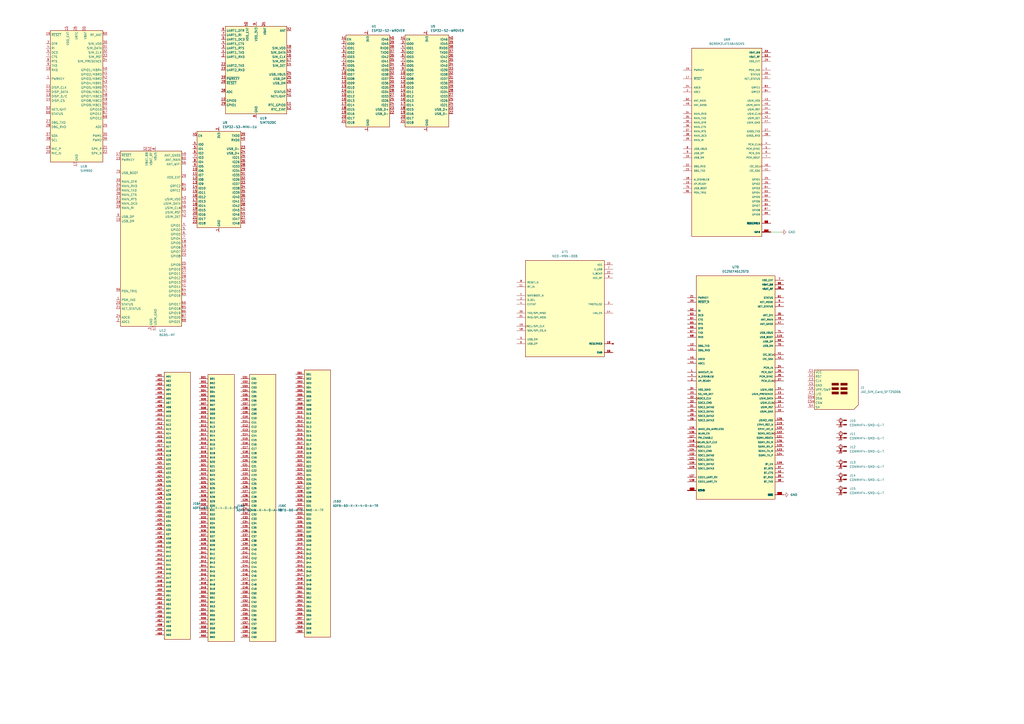
<source format=kicad_sch>
(kicad_sch (version 20250114) (generator "eeschema") (generator_version "9.0")
  (paper "A2")
  (title_block (title "SATELLITE EDGE Module - Rewo") (company "Duy Nam Schlitz"))
  (lib_symbols
    (symbol "ADF6-60-X-X-4-0-A-TR:ADF6-60-X-X-4-0-A-TR" (pin_names (offset 1.016))
      (property "Reference" "J" (at -7.62 80.01 0))
      (property "Value" "ADF6-60-X-X-4-0-A-TR" (at -7.62 -78.74 0))
      (symbol "ADF6-60-X-X-4-0-A-TR_1_0"
        (pin passive line (at -12.7 76.2 0) (length 5.08) (name "A01") (number "A01"))
        (pin passive line (at -12.7 73.66 0) (length 5.08) (name "A02") (number "A02"))
        (pin passive line (at -12.7 71.12 0) (length 5.08) (name "A03") (number "A03"))
        (pin passive line (at -12.7 68.58 0) (length 5.08) (name "A04") (number "A04"))
        (pin passive line (at -12.7 66.04 0) (length 5.08) (name "A05") (number "A05"))
        (pin passive line (at -12.7 63.5 0) (length 5.08) (name "A06") (number "A06"))
        (pin passive line (at -12.7 60.96 0) (length 5.08) (name "A07") (number "A07"))
        (pin passive line (at -12.7 58.42 0) (length 5.08) (name "A08") (number "A08"))
        (pin passive line (at -12.7 55.88 0) (length 5.08) (name "A09") (number "A09"))
        (pin passive line (at -12.7 53.34 0) (length 5.08) (name "A10") (number "A10"))
        (pin passive line (at -12.7 50.8 0) (length 5.08) (name "A11") (number "A11"))
        (pin passive line (at -12.7 48.26 0) (length 5.08) (name "A12") (number "A12"))
        (pin passive line (at -12.7 45.72 0) (length 5.08) (name "A13") (number "A13"))
        (pin passive line (at -12.7 43.18 0) (length 5.08) (name "A14") (number "A14"))
        (pin passive line (at -12.7 40.64 0) (length 5.08) (name "A15") (number "A15"))
        (pin passive line (at -12.7 38.1 0) (length 5.08) (name "A16") (number "A16"))
        (pin passive line (at -12.7 35.56 0) (length 5.08) (name "A17") (number "A17"))
        (pin passive line (at -12.7 33.02 0) (length 5.08) (name "A18") (number "A18"))
        (pin passive line (at -12.7 30.48 0) (length 5.08) (name "A19") (number "A19"))
        (pin passive line (at -12.7 27.94 0) (length 5.08) (name "A20") (number "A20"))
        (pin passive line (at -12.7 25.4 0) (length 5.08) (name "A21") (number "A21"))
        (pin passive line (at -12.7 22.86 0) (length 5.08) (name "A22") (number "A22"))
        (pin passive line (at -12.7 20.32 0) (length 5.08) (name "A23") (number "A23"))
        (pin passive line (at -12.7 17.78 0) (length 5.08) (name "A24") (number "A24"))
        (pin passive line (at -12.7 15.24 0) (length 5.08) (name "A25") (number "A25"))
        (pin passive line (at -12.7 12.7 0) (length 5.08) (name "A26") (number "A26"))
        (pin passive line (at -12.7 10.16 0) (length 5.08) (name "A27") (number "A27"))
        (pin passive line (at -12.7 7.62 0) (length 5.08) (name "A28") (number "A28"))
        (pin passive line (at -12.7 5.08 0) (length 5.08) (name "A29") (number "A29"))
        (pin passive line (at -12.7 2.54 0) (length 5.08) (name "A30") (number "A30"))
        (pin passive line (at -12.7 0 0) (length 5.08) (name "A31") (number "A31"))
        (pin passive line (at -12.7 -2.54 0) (length 5.08) (name "A32") (number "A32"))
        (pin passive line (at -12.7 -5.08 0) (length 5.08) (name "A33") (number "A33"))
        (pin passive line (at -12.7 -7.62 0) (length 5.08) (name "A34") (number "A34"))
        (pin passive line (at -12.7 -10.16 0) (length 5.08) (name "A35") (number "A35"))
        (pin passive line (at -12.7 -12.7 0) (length 5.08) (name "A36") (number "A36"))
        (pin passive line (at -12.7 -15.24 0) (length 5.08) (name "A37") (number "A37"))
        (pin passive line (at -12.7 -17.78 0) (length 5.08) (name "A38") (number "A38"))
        (pin passive line (at -12.7 -20.32 0) (length 5.08) (name "A39") (number "A39"))
        (pin passive line (at -12.7 -22.86 0) (length 5.08) (name "A40") (number "A40"))
        (pin passive line (at -12.7 -25.4 0) (length 5.08) (name "A41") (number "A41"))
        (pin passive line (at -12.7 -27.94 0) (length 5.08) (name "A42") (number "A42"))
        (pin passive line (at -12.7 -30.48 0) (length 5.08) (name "A43") (number "A43"))
        (pin passive line (at -12.7 -33.02 0) (length 5.08) (name "A44") (number "A44"))
        (pin passive line (at -12.7 -35.56 0) (length 5.08) (name "A45") (number "A45"))
        (pin passive line (at -12.7 -38.1 0) (length 5.08) (name "A46") (number "A46"))
        (pin passive line (at -12.7 -40.64 0) (length 5.08) (name "A47") (number "A47"))
        (pin passive line (at -12.7 -43.18 0) (length 5.08) (name "A48") (number "A48"))
        (pin passive line (at -12.7 -45.72 0) (length 5.08) (name "A49") (number "A49"))
        (pin passive line (at -12.7 -48.26 0) (length 5.08) (name "A50") (number "A50"))
        (pin passive line (at -12.7 -50.8 0) (length 5.08) (name "A51") (number "A51"))
        (pin passive line (at -12.7 -53.34 0) (length 5.08) (name "A52") (number "A52"))
        (pin passive line (at -12.7 -55.88 0) (length 5.08) (name "A53") (number "A53"))
        (pin passive line (at -12.7 -58.42 0) (length 5.08) (name "A54") (number "A54"))
        (pin passive line (at -12.7 -60.96 0) (length 5.08) (name "A55") (number "A55"))
        (pin passive line (at -12.7 -63.5 0) (length 5.08) (name "A56") (number "A56"))
        (pin passive line (at -12.7 -66.04 0) (length 5.08) (name "A57") (number "A57"))
        (pin passive line (at -12.7 -68.58 0) (length 5.08) (name "A58") (number "A58"))
        (pin passive line (at -12.7 -71.12 0) (length 5.08) (name "A59") (number "A59"))
        (pin passive line (at -12.7 -73.66 0) (length 5.08) (name "A60") (number "A60"))
      )
      (symbol "ADF6-60-X-X-4-0-A-TR_2_0"
        (pin passive line (at -12.7 76.2 0) (length 5.08) (name "B01") (number "B01"))
        (pin passive line (at -12.7 73.66 0) (length 5.08) (name "B02") (number "B02"))
        (pin passive line (at -12.7 71.12 0) (length 5.08) (name "B03") (number "B03"))
        (pin passive line (at -12.7 68.58 0) (length 5.08) (name "B04") (number "B04"))
        (pin passive line (at -12.7 66.04 0) (length 5.08) (name "B05") (number "B05"))
        (pin passive line (at -12.7 63.5 0) (length 5.08) (name "B06") (number "B06"))
        (pin passive line (at -12.7 60.96 0) (length 5.08) (name "B07") (number "B07"))
        (pin passive line (at -12.7 58.42 0) (length 5.08) (name "B08") (number "B08"))
        (pin passive line (at -12.7 55.88 0) (length 5.08) (name "B09") (number "B09"))
        (pin passive line (at -12.7 53.34 0) (length 5.08) (name "B10") (number "B10"))
        (pin passive line (at -12.7 50.8 0) (length 5.08) (name "B11") (number "B11"))
        (pin passive line (at -12.7 48.26 0) (length 5.08) (name "B12") (number "B12"))
        (pin passive line (at -12.7 45.72 0) (length 5.08) (name "B13") (number "B13"))
        (pin passive line (at -12.7 43.18 0) (length 5.08) (name "B14") (number "B14"))
        (pin passive line (at -12.7 40.64 0) (length 5.08) (name "B15") (number "B15"))
        (pin passive line (at -12.7 38.1 0) (length 5.08) (name "B16") (number "B16"))
        (pin passive line (at -12.7 35.56 0) (length 5.08) (name "B17") (number "B17"))
        (pin passive line (at -12.7 33.02 0) (length 5.08) (name "B18") (number "B18"))
        (pin passive line (at -12.7 30.48 0) (length 5.08) (name "B19") (number "B19"))
        (pin passive line (at -12.7 27.94 0) (length 5.08) (name "B20") (number "B20"))
        (pin passive line (at -12.7 25.4 0) (length 5.08) (name "B21") (number "B21"))
        (pin passive line (at -12.7 22.86 0) (length 5.08) (name "B22") (number "B22"))
        (pin passive line (at -12.7 20.32 0) (length 5.08) (name "B23") (number "B23"))
        (pin passive line (at -12.7 17.78 0) (length 5.08) (name "B24") (number "B24"))
        (pin passive line (at -12.7 15.24 0) (length 5.08) (name "B25") (number "B25"))
        (pin passive line (at -12.7 12.7 0) (length 5.08) (name "B26") (number "B26"))
        (pin passive line (at -12.7 10.16 0) (length 5.08) (name "B27") (number "B27"))
        (pin passive line (at -12.7 7.62 0) (length 5.08) (name "B28") (number "B28"))
        (pin passive line (at -12.7 5.08 0) (length 5.08) (name "B29") (number "B29"))
        (pin passive line (at -12.7 2.54 0) (length 5.08) (name "B30") (number "B30"))
        (pin passive line (at -12.7 0 0) (length 5.08) (name "B31") (number "B31"))
        (pin passive line (at -12.7 -2.54 0) (length 5.08) (name "B32") (number "B32"))
        (pin passive line (at -12.7 -5.08 0) (length 5.08) (name "B33") (number "B33"))
        (pin passive line (at -12.7 -7.62 0) (length 5.08) (name "B34") (number "B34"))
        (pin passive line (at -12.7 -10.16 0) (length 5.08) (name "B35") (number "B35"))
        (pin passive line (at -12.7 -12.7 0) (length 5.08) (name "B36") (number "B36"))
        (pin passive line (at -12.7 -15.24 0) (length 5.08) (name "B37") (number "B37"))
        (pin passive line (at -12.7 -17.78 0) (length 5.08) (name "B38") (number "B38"))
        (pin passive line (at -12.7 -20.32 0) (length 5.08) (name "B39") (number "B39"))
        (pin passive line (at -12.7 -22.86 0) (length 5.08) (name "B40") (number "B40"))
        (pin passive line (at -12.7 -25.4 0) (length 5.08) (name "B41") (number "B41"))
        (pin passive line (at -12.7 -27.94 0) (length 5.08) (name "B42") (number "B42"))
        (pin passive line (at -12.7 -30.48 0) (length 5.08) (name "B43") (number "B43"))
        (pin passive line (at -12.7 -33.02 0) (length 5.08) (name "B44") (number "B44"))
        (pin passive line (at -12.7 -35.56 0) (length 5.08) (name "B45") (number "B45"))
        (pin passive line (at -12.7 -38.1 0) (length 5.08) (name "B46") (number "B46"))
        (pin passive line (at -12.7 -40.64 0) (length 5.08) (name "B47") (number "B47"))
        (pin passive line (at -12.7 -43.18 0) (length 5.08) (name "B48") (number "B48"))
        (pin passive line (at -12.7 -45.72 0) (length 5.08) (name "B49") (number "B49"))
        (pin passive line (at -12.7 -48.26 0) (length 5.08) (name "B50") (number "B50"))
        (pin passive line (at -12.7 -50.8 0) (length 5.08) (name "B51") (number "B51"))
        (pin passive line (at -12.7 -53.34 0) (length 5.08) (name "B52") (number "B52"))
        (pin passive line (at -12.7 -55.88 0) (length 5.08) (name "B53") (number "B53"))
        (pin passive line (at -12.7 -58.42 0) (length 5.08) (name "B54") (number "B54"))
        (pin passive line (at -12.7 -60.96 0) (length 5.08) (name "B55") (number "B55"))
        (pin passive line (at -12.7 -63.5 0) (length 5.08) (name "B56") (number "B56"))
        (pin passive line (at -12.7 -66.04 0) (length 5.08) (name "B57") (number "B57"))
        (pin passive line (at -12.7 -68.58 0) (length 5.08) (name "B58") (number "B58"))
        (pin passive line (at -12.7 -71.12 0) (length 5.08) (name "B59") (number "B59"))
        (pin passive line (at -12.7 -73.66 0) (length 5.08) (name "B60") (number "B60"))
      )
      (symbol "ADF6-60-X-X-4-0-A-TR_3_0"
        (pin passive line (at -12.7 76.2 0) (length 5.08) (name "C01") (number "C01"))
        (pin passive line (at -12.7 73.66 0) (length 5.08) (name "C02") (number "C02"))
        (pin passive line (at -12.7 71.12 0) (length 5.08) (name "C03") (number "C03"))
        (pin passive line (at -12.7 68.58 0) (length 5.08) (name "C04") (number "C04"))
        (pin passive line (at -12.7 66.04 0) (length 5.08) (name "C05") (number "C05"))
        (pin passive line (at -12.7 63.5 0) (length 5.08) (name "C06") (number "C06"))
        (pin passive line (at -12.7 60.96 0) (length 5.08) (name "C07") (number "C07"))
        (pin passive line (at -12.7 58.42 0) (length 5.08) (name "C08") (number "C08"))
        (pin passive line (at -12.7 55.88 0) (length 5.08) (name "C09") (number "C09"))
        (pin passive line (at -12.7 53.34 0) (length 5.08) (name "C10") (number "C10"))
        (pin passive line (at -12.7 50.8 0) (length 5.08) (name "C11") (number "C11"))
        (pin passive line (at -12.7 48.26 0) (length 5.08) (name "C12") (number "C12"))
        (pin passive line (at -12.7 45.72 0) (length 5.08) (name "C13") (number "C13"))
        (pin passive line (at -12.7 43.18 0) (length 5.08) (name "C14") (number "C14"))
        (pin passive line (at -12.7 40.64 0) (length 5.08) (name "C15") (number "C15"))
        (pin passive line (at -12.7 38.1 0) (length 5.08) (name "C16") (number "C16"))
        (pin passive line (at -12.7 35.56 0) (length 5.08) (name "C17") (number "C17"))
        (pin passive line (at -12.7 33.02 0) (length 5.08) (name "C18") (number "C18"))
        (pin passive line (at -12.7 30.48 0) (length 5.08) (name "C19") (number "C19"))
        (pin passive line (at -12.7 27.94 0) (length 5.08) (name "C20") (number "C20"))
        (pin passive line (at -12.7 25.4 0) (length 5.08) (name "C21") (number "C21"))
        (pin passive line (at -12.7 22.86 0) (length 5.08) (name "C22") (number "C22"))
        (pin passive line (at -12.7 20.32 0) (length 5.08) (name "C23") (number "C23"))
        (pin passive line (at -12.7 17.78 0) (length 5.08) (name "C24") (number "C24"))
        (pin passive line (at -12.7 15.24 0) (length 5.08) (name "C25") (number "C25"))
        (pin passive line (at -12.7 12.7 0) (length 5.08) (name "C26") (number "C26"))
        (pin passive line (at -12.7 10.16 0) (length 5.08) (name "C27") (number "C27"))
        (pin passive line (at -12.7 7.62 0) (length 5.08) (name "C28") (number "C28"))
        (pin passive line (at -12.7 5.08 0) (length 5.08) (name "C29") (number "C29"))
        (pin passive line (at -12.7 2.54 0) (length 5.08) (name "C30") (number "C30"))
        (pin passive line (at -12.7 0 0) (length 5.08) (name "C31") (number "C31"))
        (pin passive line (at -12.7 -2.54 0) (length 5.08) (name "C32") (number "C32"))
        (pin passive line (at -12.7 -5.08 0) (length 5.08) (name "C33") (number "C33"))
        (pin passive line (at -12.7 -7.62 0) (length 5.08) (name "C34") (number "C34"))
        (pin passive line (at -12.7 -10.16 0) (length 5.08) (name "C35") (number "C35"))
        (pin passive line (at -12.7 -12.7 0) (length 5.08) (name "C36") (number "C36"))
        (pin passive line (at -12.7 -15.24 0) (length 5.08) (name "C37") (number "C37"))
        (pin passive line (at -12.7 -17.78 0) (length 5.08) (name "C38") (number "C38"))
        (pin passive line (at -12.7 -20.32 0) (length 5.08) (name "C39") (number "C39"))
        (pin passive line (at -12.7 -22.86 0) (length 5.08) (name "C40") (number "C40"))
        (pin passive line (at -12.7 -25.4 0) (length 5.08) (name "C41") (number "C41"))
        (pin passive line (at -12.7 -27.94 0) (length 5.08) (name "C42") (number "C42"))
        (pin passive line (at -12.7 -30.48 0) (length 5.08) (name "C43") (number "C43"))
        (pin passive line (at -12.7 -33.02 0) (length 5.08) (name "C44") (number "C44"))
        (pin passive line (at -12.7 -35.56 0) (length 5.08) (name "C45") (number "C45"))
        (pin passive line (at -12.7 -38.1 0) (length 5.08) (name "C46") (number "C46"))
        (pin passive line (at -12.7 -40.64 0) (length 5.08) (name "C47") (number "C47"))
        (pin passive line (at -12.7 -43.18 0) (length 5.08) (name "C48") (number "C48"))
        (pin passive line (at -12.7 -45.72 0) (length 5.08) (name "C49") (number "C49"))
        (pin passive line (at -12.7 -48.26 0) (length 5.08) (name "C50") (number "C50"))
        (pin passive line (at -12.7 -50.8 0) (length 5.08) (name "C51") (number "C51"))
        (pin passive line (at -12.7 -53.34 0) (length 5.08) (name "C52") (number "C52"))
        (pin passive line (at -12.7 -55.88 0) (length 5.08) (name "C53") (number "C53"))
        (pin passive line (at -12.7 -58.42 0) (length 5.08) (name "C54") (number "C54"))
        (pin passive line (at -12.7 -60.96 0) (length 5.08) (name "C55") (number "C55"))
        (pin passive line (at -12.7 -63.5 0) (length 5.08) (name "C56") (number "C56"))
        (pin passive line (at -12.7 -66.04 0) (length 5.08) (name "C57") (number "C57"))
        (pin passive line (at -12.7 -68.58 0) (length 5.08) (name "C58") (number "C58"))
        (pin passive line (at -12.7 -71.12 0) (length 5.08) (name "C59") (number "C59"))
        (pin passive line (at -12.7 -73.66 0) (length 5.08) (name "C60") (number "C60"))
      )
      (symbol "ADF6-60-X-X-4-0-A-TR_4_0"
        (pin passive line (at -12.7 76.2 0) (length 5.08) (name "D01") (number "D01"))
        (pin passive line (at -12.7 73.66 0) (length 5.08) (name "D02") (number "D02"))
        (pin passive line (at -12.7 71.12 0) (length 5.08) (name "D03") (number "D03"))
        (pin passive line (at -12.7 68.58 0) (length 5.08) (name "D04") (number "D04"))
        (pin passive line (at -12.7 66.04 0) (length 5.08) (name "D05") (number "D05"))
        (pin passive line (at -12.7 63.5 0) (length 5.08) (name "D06") (number "D06"))
        (pin passive line (at -12.7 60.96 0) (length 5.08) (name "D07") (number "D07"))
        (pin passive line (at -12.7 58.42 0) (length 5.08) (name "D08") (number "D08"))
        (pin passive line (at -12.7 55.88 0) (length 5.08) (name "D09") (number "D09"))
        (pin passive line (at -12.7 53.34 0) (length 5.08) (name "D10") (number "D10"))
        (pin passive line (at -12.7 50.8 0) (length 5.08) (name "D11") (number "D11"))
        (pin passive line (at -12.7 48.26 0) (length 5.08) (name "D12") (number "D12"))
        (pin passive line (at -12.7 45.72 0) (length 5.08) (name "D13") (number "D13"))
        (pin passive line (at -12.7 43.18 0) (length 5.08) (name "D14") (number "D14"))
        (pin passive line (at -12.7 40.64 0) (length 5.08) (name "D15") (number "D15"))
        (pin passive line (at -12.7 38.1 0) (length 5.08) (name "D16") (number "D16"))
        (pin passive line (at -12.7 35.56 0) (length 5.08) (name "D17") (number "D17"))
        (pin passive line (at -12.7 33.02 0) (length 5.08) (name "D18") (number "D18"))
        (pin passive line (at -12.7 30.48 0) (length 5.08) (name "D19") (number "D19"))
        (pin passive line (at -12.7 27.94 0) (length 5.08) (name "D20") (number "D20"))
        (pin passive line (at -12.7 25.4 0) (length 5.08) (name "D21") (number "D21"))
        (pin passive line (at -12.7 22.86 0) (length 5.08) (name "D22") (number "D22"))
        (pin passive line (at -12.7 20.32 0) (length 5.08) (name "D23") (number "D23"))
        (pin passive line (at -12.7 17.78 0) (length 5.08) (name "D24") (number "D24"))
        (pin passive line (at -12.7 15.24 0) (length 5.08) (name "D25") (number "D25"))
        (pin passive line (at -12.7 12.7 0) (length 5.08) (name "D26") (number "D26"))
        (pin passive line (at -12.7 10.16 0) (length 5.08) (name "D27") (number "D27"))
        (pin passive line (at -12.7 7.62 0) (length 5.08) (name "D28") (number "D28"))
        (pin passive line (at -12.7 5.08 0) (length 5.08) (name "D29") (number "D29"))
        (pin passive line (at -12.7 2.54 0) (length 5.08) (name "D30") (number "D30"))
        (pin passive line (at -12.7 0 0) (length 5.08) (name "D31") (number "D31"))
        (pin passive line (at -12.7 -2.54 0) (length 5.08) (name "D32") (number "D32"))
        (pin passive line (at -12.7 -5.08 0) (length 5.08) (name "D33") (number "D33"))
        (pin passive line (at -12.7 -7.62 0) (length 5.08) (name "D34") (number "D34"))
        (pin passive line (at -12.7 -10.16 0) (length 5.08) (name "D35") (number "D35"))
        (pin passive line (at -12.7 -12.7 0) (length 5.08) (name "D36") (number "D36"))
        (pin passive line (at -12.7 -15.24 0) (length 5.08) (name "D37") (number "D37"))
        (pin passive line (at -12.7 -17.78 0) (length 5.08) (name "D38") (number "D38"))
        (pin passive line (at -12.7 -20.32 0) (length 5.08) (name "D39") (number "D39"))
        (pin passive line (at -12.7 -22.86 0) (length 5.08) (name "D40") (number "D40"))
        (pin passive line (at -12.7 -25.4 0) (length 5.08) (name "D41") (number "D41"))
        (pin passive line (at -12.7 -27.94 0) (length 5.08) (name "D42") (number "D42"))
        (pin passive line (at -12.7 -30.48 0) (length 5.08) (name "D43") (number "D43"))
        (pin passive line (at -12.7 -33.02 0) (length 5.08) (name "D44") (number "D44"))
        (pin passive line (at -12.7 -35.56 0) (length 5.08) (name "D45") (number "D45"))
        (pin passive line (at -12.7 -38.1 0) (length 5.08) (name "D46") (number "D46"))
        (pin passive line (at -12.7 -40.64 0) (length 5.08) (name "D47") (number "D47"))
        (pin passive line (at -12.7 -43.18 0) (length 5.08) (name "D48") (number "D48"))
        (pin passive line (at -12.7 -45.72 0) (length 5.08) (name "D49") (number "D49"))
        (pin passive line (at -12.7 -48.26 0) (length 5.08) (name "D50") (number "D50"))
        (pin passive line (at -12.7 -50.8 0) (length 5.08) (name "D51") (number "D51"))
        (pin passive line (at -12.7 -53.34 0) (length 5.08) (name "D52") (number "D52"))
        (pin passive line (at -12.7 -55.88 0) (length 5.08) (name "D53") (number "D53"))
        (pin passive line (at -12.7 -58.42 0) (length 5.08) (name "D54") (number "D54"))
        (pin passive line (at -12.7 -60.96 0) (length 5.08) (name "D55") (number "D55"))
        (pin passive line (at -12.7 -63.5 0) (length 5.08) (name "D56") (number "D56"))
        (pin passive line (at -12.7 -66.04 0) (length 5.08) (name "D57") (number "D57"))
        (pin passive line (at -12.7 -68.58 0) (length 5.08) (name "D58") (number "D58"))
        (pin passive line (at -12.7 -71.12 0) (length 5.08) (name "D59") (number "D59"))
        (pin passive line (at -12.7 -73.66 0) (length 5.08) (name "D60") (number "D60"))
      )
    )
    (symbol "BG95M2LATEA64SGNS:BG95M2LATEA64SGNS" (pin_names (offset 1.016))
      (property "Reference" "U" (at -20.32 54.356 0))
      (property "Value" "BG95M2LATEA64SGNS" (at -20.32 -58.42 0))
      (symbol "BG95M2LATEA64SGNS_0_0"
        (pin input line (at -25.4 40.64 0) (length 5.08) (name "PWRKEY") (number "15"))
        (pin input line (at -25.4 35.56 0) (length 5.08) (name "~{RESET}") (number "17"))
        (pin input line (at -25.4 30.48 0) (length 5.08) (name "ADC0") (number "24"))
        (pin input line (at -25.4 27.94 0) (length 5.08) (name "ADC1") (number "2"))
        (pin bidirectional line (at -25.4 22.86 0) (length 5.08) (name "ANT_MAIN") (number "60"))
        (pin input line (at -25.4 20.32 0) (length 5.08) (name "ANT_GNSS") (number "49"))
        (pin input line (at -25.4 15.24 0) (length 5.08) (name "MAIN_RXD") (number "34"))
        (pin output line (at -25.4 12.7 0) (length 5.08) (name "MAIN_TXD") (number "35"))
        (pin input line (at -25.4 10.16 0) (length 5.08) (name "MAIN_DTR") (number "30"))
        (pin output line (at -25.4 7.62 0) (length 5.08) (name "MAIN_CTS") (number "36"))
        (pin input line (at -25.4 5.08 0) (length 5.08) (name "MAIN_RTS") (number "37"))
        (pin output line (at -25.4 2.54 0) (length 5.08) (name "MAIN_DCD") (number "38"))
        (pin output line (at -25.4 0 0) (length 5.08) (name "MAIN_RI") (number "39"))
        (pin input line (at -25.4 -5.08 0) (length 5.08) (name "USB_VBUS") (number "8"))
        (pin bidirectional line (at -25.4 -7.62 0) (length 5.08) (name "USB_DP") (number "9"))
        (pin bidirectional line (at -25.4 -10.16 0) (length 5.08) (name "USB_DM") (number "10"))
        (pin input line (at -25.4 -15.24 0) (length 5.08) (name "DBG_RXD") (number "22"))
        (pin output line (at -25.4 -17.78 0) (length 5.08) (name "DBG_TXD") (number "23"))
        (pin input line (at -25.4 -22.86 0) (length 5.08) (name "W_DISABLE#") (number "18"))
        (pin input line (at -25.4 -25.4 0) (length 5.08) (name "AP_READY") (number "19"))
        (pin input line (at -25.4 -27.94 0) (length 5.08) (name "USB_BOOT") (number "75"))
        (pin input line (at -25.4 -30.48 0) (length 5.08) (name "PON_TRIG") (number "96"))
        (pin power_in line (at 25.4 50.8 180) (length 5.08) (name "VBAT_BB") (number "32"))
        (pin power_in line (at 25.4 50.8 180) (length 5.08) (name "VBAT_BB") (number "33"))
        (pin power_in line (at 25.4 48.26 180) (length 5.08) (name "VBAT_RF") (number "52"))
        (pin power_in line (at 25.4 48.26 180) (length 5.08) (name "VBAT_RF") (number "53"))
        (pin power_in line (at 25.4 45.72 180) (length 5.08) (name "VDD_EXT") (number "29"))
        (pin output line (at 25.4 40.64 180) (length 5.08) (name "PSM_IND") (number "1"))
        (pin output line (at 25.4 38.1 180) (length 5.08) (name "STATUS") (number "20"))
        (pin output line (at 25.4 35.56 180) (length 5.08) (name "NET_STATUS") (number "21"))
        (pin output line (at 25.4 30.48 180) (length 5.08) (name "GRFC1") (number "83"))
        (pin output line (at 25.4 27.94 180) (length 5.08) (name "GRFC2") (number "84"))
        (pin power_in line (at 25.4 22.86 180) (length 5.08) (name "USIM_VDD") (number "43"))
        (pin bidirectional line (at 25.4 20.32 180) (length 5.08) (name "USIM_DATA") (number "45"))
        (pin output line (at 25.4 17.78 180) (length 5.08) (name "USIM_RST") (number "44"))
        (pin output clock (at 25.4 15.24 180) (length 5.08) (name "USIM_CLK") (number "46"))
        (pin input line (at 25.4 12.7 180) (length 5.08) (name "USIM_DET") (number "42"))
        (pin power_in line (at 25.4 10.16 180) (length 5.08) (name "USIM_GND") (number "47"))
        (pin output line (at 25.4 5.08 180) (length 5.08) (name "GNSS_TXD") (number "27"))
        (pin input line (at 25.4 2.54 180) (length 5.08) (name "GNSS_RXD") (number "28"))
        (pin output clock (at 25.4 -2.54 180) (length 5.08) (name "PCM_CLK") (number "4"))
        (pin output line (at 25.4 -5.08 180) (length 5.08) (name "PCM_SYNC") (number "5"))
        (pin input line (at 25.4 -7.62 180) (length 5.08) (name "PCM_DIN") (number "6"))
        (pin output line (at 25.4 -10.16 180) (length 5.08) (name "PCM_DOUT") (number "7"))
        (pin output clock (at 25.4 -15.24 180) (length 5.08) (name "I2C_SCL") (number "40"))
        (pin bidirectional line (at 25.4 -17.78 180) (length 5.08) (name "I2C_SDA") (number "41"))
        (pin bidirectional line (at 25.4 -22.86 180) (length 5.08) (name "GPIO1") (number "25"))
        (pin bidirectional line (at 25.4 -25.4 180) (length 5.08) (name "GPIO2") (number "26"))
        (pin bidirectional line (at 25.4 -27.94 180) (length 5.08) (name "GPIO3") (number "64"))
        (pin bidirectional line (at 25.4 -30.48 180) (length 5.08) (name "GPIO4") (number "65"))
        (pin bidirectional line (at 25.4 -33.02 180) (length 5.08) (name "GPIO5") (number "66"))
        (pin bidirectional line (at 25.4 -35.56 180) (length 5.08) (name "GPIO6") (number "85"))
        (pin bidirectional line (at 25.4 -38.1 180) (length 5.08) (name "GPIO7") (number "86"))
        (pin bidirectional line (at 25.4 -40.64 180) (length 5.08) (name "GPIO8") (number "87"))
        (pin bidirectional line (at 25.4 -43.18 180) (length 5.08) (name "GPIO9") (number "88"))
        (pin passive line (at 25.4 -48.26 180) (length 5.08) (name "RESERVED") (number "11"))
        (pin passive line (at 25.4 -48.26 180) (length 5.08) (name "RESERVED") (number "12"))
        (pin passive line (at 25.4 -48.26 180) (length 5.08) (name "RESERVED") (number "13"))
        (pin passive line (at 25.4 -48.26 180) (length 5.08) (name "RESERVED") (number "14"))
        (pin passive line (at 25.4 -48.26 180) (length 5.08) (name "RESERVED") (number "16"))
        (pin passive line (at 25.4 -48.26 180) (length 5.08) (name "RESERVED") (number "51"))
        (pin passive line (at 25.4 -48.26 180) (length 5.08) (name "RESERVED") (number "56"))
        (pin passive line (at 25.4 -48.26 180) (length 5.08) (name "RESERVED") (number "57"))
        (pin passive line (at 25.4 -48.26 180) (length 5.08) (name "RESERVED") (number "63"))
        (pin passive line (at 25.4 -48.26 180) (length 5.08) (name "RESERVED") (number "76"))
        (pin passive line (at 25.4 -48.26 180) (length 5.08) (name "RESERVED") (number "77"))
        (pin passive line (at 25.4 -48.26 180) (length 5.08) (name "RESERVED") (number "78"))
        (pin passive line (at 25.4 -48.26 180) (length 5.08) (name "RESERVED") (number "92"))
        (pin passive line (at 25.4 -48.26 180) (length 5.08) (name "RESERVED") (number "93"))
        (pin passive line (at 25.4 -48.26 180) (length 5.08) (name "RESERVED") (number "94"))
        (pin passive line (at 25.4 -48.26 180) (length 5.08) (name "RESERVED") (number "95"))
        (pin passive line (at 25.4 -48.26 180) (length 5.08) (name "RESERVED") (number "97"))
        (pin passive line (at 25.4 -48.26 180) (length 5.08) (name "RESERVED") (number "98"))
        (pin passive line (at 25.4 -48.26 180) (length 5.08) (name "RESERVED") (number "99"))
        (pin power_in line (at 25.4 -53.34 180) (length 5.08) (name "GND") (number "100"))
        (pin power_in line (at 25.4 -53.34 180) (length 5.08) (name "GND") (number "101"))
        (pin power_in line (at 25.4 -53.34 180) (length 5.08) (name "GND") (number "102"))
        (pin power_in line (at 25.4 -53.34 180) (length 5.08) (name "GND") (number "3"))
        (pin power_in line (at 25.4 -53.34 180) (length 5.08) (name "GND") (number "31"))
        (pin power_in line (at 25.4 -53.34 180) (length 5.08) (name "GND") (number "48"))
        (pin power_in line (at 25.4 -53.34 180) (length 5.08) (name "GND") (number "50"))
        (pin power_in line (at 25.4 -53.34 180) (length 5.08) (name "GND") (number "54"))
        (pin power_in line (at 25.4 -53.34 180) (length 5.08) (name "GND") (number "55"))
        (pin power_in line (at 25.4 -53.34 180) (length 5.08) (name "GND") (number "58"))
        (pin power_in line (at 25.4 -53.34 180) (length 5.08) (name "GND") (number "59"))
        (pin power_in line (at 25.4 -53.34 180) (length 5.08) (name "GND") (number "61"))
        (pin power_in line (at 25.4 -53.34 180) (length 5.08) (name "GND") (number "62"))
        (pin power_in line (at 25.4 -53.34 180) (length 5.08) (name "GND") (number "67"))
        (pin power_in line (at 25.4 -53.34 180) (length 5.08) (name "GND") (number "68"))
        (pin power_in line (at 25.4 -53.34 180) (length 5.08) (name "GND") (number "69"))
        (pin power_in line (at 25.4 -53.34 180) (length 5.08) (name "GND") (number "70"))
        (pin power_in line (at 25.4 -53.34 180) (length 5.08) (name "GND") (number "71"))
        (pin power_in line (at 25.4 -53.34 180) (length 5.08) (name "GND") (number "72"))
        (pin power_in line (at 25.4 -53.34 180) (length 5.08) (name "GND") (number "73"))
        (pin power_in line (at 25.4 -53.34 180) (length 5.08) (name "GND") (number "74"))
        (pin power_in line (at 25.4 -53.34 180) (length 5.08) (name "GND") (number "79"))
        (pin power_in line (at 25.4 -53.34 180) (length 5.08) (name "GND") (number "80"))
        (pin power_in line (at 25.4 -53.34 180) (length 5.08) (name "GND") (number "81"))
        (pin power_in line (at 25.4 -53.34 180) (length 5.08) (name "GND") (number "82"))
        (pin power_in line (at 25.4 -53.34 180) (length 5.08) (name "GND") (number "89"))
        (pin power_in line (at 25.4 -53.34 180) (length 5.08) (name "GND") (number "90"))
        (pin power_in line (at 25.4 -53.34 180) (length 5.08) (name "GND") (number "91"))
      )
    )
    (symbol "CONMHF4-SMD-G-T:CONMHF4-SMD-G-T" (pin_names (offset 1.016))
      (property "Reference" "J" (at -1.27 1.524 0))
      (property "Value" "CONMHF4-SMD-G-T" (at -1.524 -6.858 0))
      (symbol "CONMHF4-SMD-G-T_0_0"
        (pin passive line (at 0 0 0) (length 5.08) (name "~") (number "1"))
        (pin power_in line (at 0 -2.54 0) (length 5.08) (name "~") (number "2"))
        (pin power_in line (at 0 -2.54 0) (length 5.08) (name "~") (number "3"))
        (pin power_in line (at 0 -2.54 0) (length 5.08) (name "~") (number "4"))
      )
    )
    (symbol "Connector:JAE_SIM_Card_SF72S006"
      (property "Reference" "J" (at 5.08 12.7 0))
      (property "Value" "JAE_SIM_Card_SF72S006" (at 30.48 12.7 0))
      (symbol "JAE_SIM_Card_SF72S006_1_1"
        (pin power_in line (at 0 10.16 0) (length 3.81) (name "VCC") (number "C1"))
        (pin input line (at 0 7.62 0) (length 3.81) (name "RST") (number "C2"))
        (pin input line (at 0 5.08 0) (length 3.81) (name "CLK") (number "C3"))
        (pin power_in line (at 0 2.54 0) (length 3.81) (name "GND") (number "C5"))
        (pin bidirectional line (at 0 0 0) (length 3.81) (name "VPP/SWP") (number "C6"))
        (pin bidirectional line (at 0 -2.54 0) (length 3.81) (name "I/O") (number "C7"))
        (pin passive line (at 0 -5.08 0) (length 3.81) (name "DSW") (number "DSW"))
        (pin passive line (at 0 -7.62 0) (length 3.81) (name "CSW") (number "CSW"))
        (pin passive line (at 0 -10.16 0) (length 3.81) (name "SH") (number "SH"))
      )
    )
    (symbol "EC25EFA512STD:EC25EFA512STD" (pin_names (offset 1.016))
      (property "Reference" "U" (at -22.86 64.77 0))
      (property "Value" "EC25EFA512STD" (at -22.86 -69.85 0))
      (symbol "EC25EFA512STD_0_0"
        (pin input line (at -27.94 50.8 0) (length 5.08) (name "PWRKEY") (number "21"))
        (pin input line (at -27.94 48.26 0) (length 5.08) (name "~{RESET_N}") (number "20"))
        (pin output line (at -27.94 43.18 0) (length 5.08) (name "RI") (number "62"))
        (pin output line (at -27.94 40.64 0) (length 5.08) (name "DCD") (number "63"))
        (pin output line (at -27.94 38.1 0) (length 5.08) (name "CTS") (number "64"))
        (pin input line (at -27.94 35.56 0) (length 5.08) (name "RTS") (number "65"))
        (pin input line (at -27.94 33.02 0) (length 5.08) (name "DTR") (number "66"))
        (pin output line (at -27.94 30.48 0) (length 5.08) (name "TXD") (number "67"))
        (pin input line (at -27.94 27.94 0) (length 5.08) (name "RXD") (number "68"))
        (pin output line (at -27.94 22.86 0) (length 5.08) (name "DBG_TXD") (number "12"))
        (pin input line (at -27.94 20.32 0) (length 5.08) (name "DBG_RXD") (number "11"))
        (pin input line (at -27.94 15.24 0) (length 5.08) (name "ADC0") (number "45"))
        (pin input line (at -27.94 12.7 0) (length 5.08) (name "ADC1") (number "44"))
        (pin input line (at -27.94 7.62 0) (length 5.08) (name "WAKEUP_IN") (number "1"))
        (pin input line (at -27.94 5.08 0) (length 5.08) (name "W_DISABLE#") (number "4"))
        (pin input line (at -27.94 2.54 0) (length 5.08) (name "AP_READY") (number "2"))
        (pin power_in line (at -27.94 -2.54 0) (length 5.08) (name "VDD_SDIO") (number "34"))
        (pin input line (at -27.94 -5.08 0) (length 5.08) (name "SD_INS_DET") (number "23"))
        (pin output clock (at -27.94 -7.62 0) (length 5.08) (name "SDC2_CLK") (number "32"))
        (pin bidirectional line (at -27.94 -10.16 0) (length 5.08) (name "SDC2_CMD") (number "33"))
        (pin bidirectional line (at -27.94 -12.7 0) (length 5.08) (name "SDC2_DATA0") (number "31"))
        (pin bidirectional line (at -27.94 -15.24 0) (length 5.08) (name "SDC2_DATA1") (number "30"))
        (pin bidirectional line (at -27.94 -17.78 0) (length 5.08) (name "SDC2_DATA2") (number "29"))
        (pin bidirectional line (at -27.94 -20.32 0) (length 5.08) (name "SDC2_DATA3") (number "28"))
        (pin input line (at -27.94 -25.4 0) (length 5.08) (name "WAKE_ON_WIRELESS") (number "135"))
        (pin output line (at -27.94 -27.94 0) (length 5.08) (name "WLAN_EN") (number "136"))
        (pin output line (at -27.94 -30.48 0) (length 5.08) (name "PM_ENABLE") (number "127"))
        (pin output clock (at -27.94 -33.02 0) (length 5.08) (name "WLAN_SLP_CLK") (number "118"))
        (pin output clock (at -27.94 -35.56 0) (length 5.08) (name "SDC1_CLK") (number "133"))
        (pin output line (at -27.94 -38.1 0) (length 5.08) (name "SDC1_CMD") (number "134"))
        (pin bidirectional line (at -27.94 -40.64 0) (length 5.08) (name "SDC1_DATA0") (number "132"))
        (pin bidirectional line (at -27.94 -43.18 0) (length 5.08) (name "SDC1_DATA1") (number "131"))
        (pin bidirectional line (at -27.94 -45.72 0) (length 5.08) (name "SDC1_DATA2") (number "130"))
        (pin bidirectional line (at -27.94 -48.26 0) (length 5.08) (name "SDC1_DATA3") (number "129"))
        (pin input line (at -27.94 -53.34 0) (length 5.08) (name "COEX_UART_RX") (number "137"))
        (pin output line (at -27.94 -55.88 0) (length 5.08) (name "COEX_UART_TX") (number "138"))
        (pin passive line (at -27.94 -60.96 0) (length 5.08) (name "RSVD") (number "113"))
        (pin passive line (at -27.94 -60.96 0) (length 5.08) (name "RSVD") (number "114"))
        (pin passive line (at -27.94 -60.96 0) (length 5.08) (name "RSVD") (number "116"))
        (pin passive line (at -27.94 -60.96 0) (length 5.08) (name "RSVD") (number "117"))
        (pin passive line (at -27.94 -60.96 0) (length 5.08) (name "RSVD") (number "140"))
        (pin passive line (at -27.94 -60.96 0) (length 5.08) (name "RSVD") (number "141"))
        (pin passive line (at -27.94 -60.96 0) (length 5.08) (name "RSVD") (number "142"))
        (pin passive line (at -27.94 -60.96 0) (length 5.08) (name "RSVD") (number "143"))
        (pin passive line (at -27.94 -60.96 0) (length 5.08) (name "RSVD") (number "144"))
        (pin passive line (at -27.94 -60.96 0) (length 5.08) (name "RSVD") (number "18"))
        (pin passive line (at -27.94 -60.96 0) (length 5.08) (name "RSVD") (number "3"))
        (pin passive line (at -27.94 -60.96 0) (length 5.08) (name "RSVD") (number "43"))
        (pin passive line (at -27.94 -60.96 0) (length 5.08) (name "RSVD") (number "55"))
        (pin power_in line (at 27.94 60.96 180) (length 5.08) (name "VDD_EXT") (number "7"))
        (pin power_in line (at 27.94 58.42 180) (length 5.08) (name "VBAT_BB") (number "59"))
        (pin power_in line (at 27.94 58.42 180) (length 5.08) (name "VBAT_BB") (number "60"))
        (pin power_in line (at 27.94 55.88 180) (length 5.08) (name "VBAT_RF") (number "57"))
        (pin power_in line (at 27.94 55.88 180) (length 5.08) (name "VBAT_RF") (number "58"))
        (pin output line (at 27.94 50.8 180) (length 5.08) (name "STATUS") (number "61"))
        (pin output line (at 27.94 48.26 180) (length 5.08) (name "NET_MODE") (number "5"))
        (pin output line (at 27.94 45.72 180) (length 5.08) (name "NET_STATUS") (number "6"))
        (pin input line (at 27.94 40.64 180) (length 5.08) (name "ANT_DIV") (number "35"))
        (pin bidirectional line (at 27.94 38.1 180) (length 5.08) (name "ANT_MAIN") (number "49"))
        (pin input line (at 27.94 35.56 180) (length 5.08) (name "ANT_GNSS") (number "47"))
        (pin input line (at 27.94 30.48 180) (length 5.08) (name "USB_VBUS") (number "71"))
        (pin input line (at 27.94 27.94 180) (length 5.08) (name "USB_BOOT") (number "115"))
        (pin bidirectional line (at 27.94 25.4 180) (length 5.08) (name "USB_DP") (number "69"))
        (pin bidirectional line (at 27.94 22.86 180) (length 5.08) (name "USB_DM") (number "70"))
        (pin output clock (at 27.94 17.78 180) (length 5.08) (name "I2C_SCL") (number "41"))
        (pin output line (at 27.94 15.24 180) (length 5.08) (name "I2C_SDA") (number "42"))
        (pin input line (at 27.94 10.16 180) (length 5.08) (name "PCM_IN") (number "24"))
        (pin output line (at 27.94 7.62 180) (length 5.08) (name "PCM_OUT") (number "25"))
        (pin bidirectional line (at 27.94 5.08 180) (length 5.08) (name "PCM_SYNC") (number "26"))
        (pin bidirectional clock (at 27.94 2.54 180) (length 5.08) (name "PCM_CLK") (number "27"))
        (pin power_in line (at 27.94 -2.54 180) (length 5.08) (name "USIM_VDD") (number "14"))
        (pin input line (at 27.94 -5.08 180) (length 5.08) (name "USIM_PRESENCE") (number "13"))
        (pin bidirectional line (at 27.94 -7.62 180) (length 5.08) (name "USIM_DATA") (number "15"))
        (pin output clock (at 27.94 -10.16 180) (length 5.08) (name "USIM_CLK") (number "16"))
        (pin output line (at 27.94 -12.7 180) (length 5.08) (name "USIM_RST") (number "17"))
        (pin power_in line (at 27.94 -15.24 180) (length 5.08) (name "USIM_GND") (number "10"))
        (pin power_in line (at 27.94 -20.32 180) (length 5.08) (name "USIM2_VDD") (number "128"))
        (pin output line (at 27.94 -22.86 180) (length 5.08) (name "EPHY_RST_N") (number "119"))
        (pin input line (at 27.94 -25.4 180) (length 5.08) (name "EPHY_INT_N") (number "120"))
        (pin output clock (at 27.94 -27.94 180) (length 5.08) (name "SGMII_MCLK") (number "122"))
        (pin bidirectional line (at 27.94 -30.48 180) (length 5.08) (name "SGMII_MDATA") (number "121"))
        (pin input line (at 27.94 -33.02 180) (length 5.08) (name "SGMII_RX_M") (number "126"))
        (pin input line (at 27.94 -35.56 180) (length 5.08) (name "SGMII_RX_P") (number "125"))
        (pin output line (at 27.94 -38.1 180) (length 5.08) (name "SGMII_TX_M") (number "123"))
        (pin output line (at 27.94 -40.64 180) (length 5.08) (name "SGMII_TX_P") (number "124"))
        (pin output line (at 27.94 -45.72 180) (length 5.08) (name "BT_EN") (number "139"))
        (pin input line (at 27.94 -48.26 180) (length 5.08) (name "BT_RTS") (number "37"))
        (pin output line (at 27.94 -50.8 180) (length 5.08) (name "BT_CTS") (number "40"))
        (pin input line (at 27.94 -53.34 180) (length 5.08) (name "BT_RXD") (number "39"))
        (pin output line (at 27.94 -55.88 180) (length 5.08) (name "BT_TXD") (number "38"))
        (pin power_in line (at 27.94 -63.5 180) (length 5.08) (name "GND") (number "100"))
        (pin power_in line (at 27.94 -63.5 180) (length 5.08) (name "GND") (number "101"))
        (pin power_in line (at 27.94 -63.5 180) (length 5.08) (name "GND") (number "102"))
        (pin power_in line (at 27.94 -63.5 180) (length 5.08) (name "GND") (number "103"))
        (pin power_in line (at 27.94 -63.5 180) (length 5.08) (name "GND") (number "104"))
        (pin power_in line (at 27.94 -63.5 180) (length 5.08) (name "GND") (number "105"))
        (pin power_in line (at 27.94 -63.5 180) (length 5.08) (name "GND") (number "106"))
        (pin power_in line (at 27.94 -63.5 180) (length 5.08) (name "GND") (number "107"))
        (pin power_in line (at 27.94 -63.5 180) (length 5.08) (name "GND") (number "108"))
        (pin power_in line (at 27.94 -63.5 180) (length 5.08) (name "GND") (number "109"))
        (pin power_in line (at 27.94 -63.5 180) (length 5.08) (name "GND") (number "110"))
        (pin power_in line (at 27.94 -63.5 180) (length 5.08) (name "GND") (number "111"))
        (pin power_in line (at 27.94 -63.5 180) (length 5.08) (name "GND") (number "112"))
        (pin power_in line (at 27.94 -63.5 180) (length 5.08) (name "GND") (number "19"))
        (pin power_in line (at 27.94 -63.5 180) (length 5.08) (name "GND") (number "22"))
        (pin power_in line (at 27.94 -63.5 180) (length 5.08) (name "GND") (number "36"))
        (pin power_in line (at 27.94 -63.5 180) (length 5.08) (name "GND") (number "46"))
        (pin power_in line (at 27.94 -63.5 180) (length 5.08) (name "GND") (number "48"))
        (pin power_in line (at 27.94 -63.5 180) (length 5.08) (name "GND") (number "50"))
        (pin power_in line (at 27.94 -63.5 180) (length 5.08) (name "GND") (number "51"))
        (pin power_in line (at 27.94 -63.5 180) (length 5.08) (name "GND") (number "52"))
        (pin power_in line (at 27.94 -63.5 180) (length 5.08) (name "GND") (number "53"))
        (pin power_in line (at 27.94 -63.5 180) (length 5.08) (name "GND") (number "54"))
        (pin power_in line (at 27.94 -63.5 180) (length 5.08) (name "GND") (number "56"))
        (pin power_in line (at 27.94 -63.5 180) (length 5.08) (name "GND") (number "72"))
        (pin power_in line (at 27.94 -63.5 180) (length 5.08) (name "GND") (number "8"))
        (pin power_in line (at 27.94 -63.5 180) (length 5.08) (name "GND") (number "85"))
        (pin power_in line (at 27.94 -63.5 180) (length 5.08) (name "GND") (number "86"))
        (pin power_in line (at 27.94 -63.5 180) (length 5.08) (name "GND") (number "87"))
        (pin power_in line (at 27.94 -63.5 180) (length 5.08) (name "GND") (number "88"))
        (pin power_in line (at 27.94 -63.5 180) (length 5.08) (name "GND") (number "89"))
        (pin power_in line (at 27.94 -63.5 180) (length 5.08) (name "GND") (number "9"))
        (pin power_in line (at 27.94 -63.5 180) (length 5.08) (name "GND") (number "90"))
        (pin power_in line (at 27.94 -63.5 180) (length 5.08) (name "GND") (number "91"))
        (pin power_in line (at 27.94 -63.5 180) (length 5.08) (name "GND") (number "92"))
        (pin power_in line (at 27.94 -63.5 180) (length 5.08) (name "GND") (number "93"))
        (pin power_in line (at 27.94 -63.5 180) (length 5.08) (name "GND") (number "94"))
        (pin power_in line (at 27.94 -63.5 180) (length 5.08) (name "GND") (number "95"))
        (pin power_in line (at 27.94 -63.5 180) (length 5.08) (name "GND") (number "96"))
        (pin power_in line (at 27.94 -63.5 180) (length 5.08) (name "GND") (number "97"))
        (pin power_in line (at 27.94 -63.5 180) (length 5.08) (name "GND") (number "98"))
        (pin power_in line (at 27.94 -63.5 180) (length 5.08) (name "GND") (number "99"))
      )
    )
    (symbol "NEO-M9N-00B:NEO-M9N-00B" (pin_names (offset 1.016))
      (property "Reference" "U" (at -22.86 28.702 0))
      (property "Value" "NEO-M9N-00B" (at -22.86 -30.48 0))
      (symbol "NEO-M9N-00B_0_0"
        (pin input line (at -27.94 15.24 0) (length 5.08) (name "RESET_N") (number "8"))
        (pin input line (at -27.94 12.7 0) (length 5.08) (name "RF_IN") (number "11"))
        (pin input line (at -27.94 7.62 0) (length 5.08) (name "SAFEBOOT_N") (number "1"))
        (pin input line (at -27.94 5.08 0) (length 5.08) (name "D_SEL") (number "2"))
        (pin input line (at -27.94 2.54 0) (length 5.08) (name "EXTINT") (number "4"))
        (pin output line (at -27.94 -2.54 0) (length 5.08) (name "TXD/SPI_MISO") (number "20"))
        (pin input line (at -27.94 -5.08 0) (length 5.08) (name "RXD/SPI_MOSI") (number "21"))
        (pin bidirectional clock (at -27.94 -10.16 0) (length 5.08) (name "SCL/SPI_CLK") (number "19"))
        (pin bidirectional line (at -27.94 -12.7 0) (length 5.08) (name "SDA/SPI_CS_N") (number "18"))
        (pin bidirectional line (at -27.94 -17.78 0) (length 5.08) (name "USB_DM") (number "5"))
        (pin bidirectional line (at -27.94 -20.32 0) (length 5.08) (name "USB_DP") (number "6"))
        (pin power_in line (at 27.94 25.4 180) (length 5.08) (name "VCC") (number "23"))
        (pin power_in line (at 27.94 22.86 180) (length 5.08) (name "V_USB") (number "7"))
        (pin power_in line (at 27.94 20.32 180) (length 5.08) (name "V_BCKP") (number "22"))
        (pin power_in line (at 27.94 17.78 180) (length 5.08) (name "VCC_RF") (number "9"))
        (pin output line (at 27.94 2.54 180) (length 5.08) (name "TIMEPULSE") (number "3"))
        (pin output line (at 27.94 -2.54 180) (length 5.08) (name "LNA_EN") (number "14"))
        (pin no_connect line (at 27.94 -20.32 180) (length 5.08) (name "RESERVED") (number "15"))
        (pin no_connect line (at 27.94 -20.32 180) (length 5.08) (name "RESERVED") (number "16"))
        (pin no_connect line (at 27.94 -20.32 180) (length 5.08) (name "RESERVED") (number "17"))
        (pin power_in line (at 27.94 -25.4 180) (length 5.08) (name "GND") (number "10"))
        (pin power_in line (at 27.94 -25.4 180) (length 5.08) (name "GND") (number "12"))
        (pin power_in line (at 27.94 -25.4 180) (length 5.08) (name "GND") (number "13"))
        (pin power_in line (at 27.94 -25.4 180) (length 5.08) (name "GND") (number "24"))
      )
    )
    (symbol "RF_GSM:BG95-MF"
      (property "Reference" "U" (at -17.526 52.324 0))
      (property "Value" "BG95-MF" (at 15.24 52.324 0))
      (symbol "BG95-MF_1_1"
        (pin input line (at -20.32 48.26 0) (length 2.54) (name "~{RESET}") (number "17"))
        (pin bidirectional line (at -20.32 45.72 0) (length 2.54) (name "PWRKEY") (number "15"))
        (pin input line (at -20.32 38.1 0) (length 2.54) (name "USB_BOOT") (number "75"))
        (pin input line (at -20.32 33.02 0) (length 2.54) (name "MAIN_DTR") (number "30"))
        (pin input line (at -20.32 30.48 0) (length 2.54) (name "MAIN_RXD") (number "34"))
        (pin output line (at -20.32 27.94 0) (length 2.54) (name "MAIN_TXD") (number "35"))
        (pin output line (at -20.32 25.4 0) (length 2.54) (name "MAIN_CTS") (number "36"))
        (pin input line (at -20.32 22.86 0) (length 2.54) (name "MAIN_RTS") (number "37"))
        (pin output line (at -20.32 20.32 0) (length 2.54) (name "MAIN_DCD") (number "38"))
        (pin output line (at -20.32 17.78 0) (length 2.54) (name "MAIN_RI") (number "39"))
        (pin bidirectional line (at -20.32 12.7 0) (length 2.54) (name "USB_DP") (number "9"))
        (pin bidirectional line (at -20.32 10.16 0) (length 2.54) (name "USB_DM") (number "10"))
        (pin input line (at -20.32 -30.48 0) (length 2.54) (name "PON_TRIG") (number "96"))
        (pin output line (at -20.32 -35.56 0) (length 2.54) (name "PSM_IND") (number "1"))
        (pin output line (at -20.32 -38.1 0) (length 2.54) (name "STATUS") (number "20"))
        (pin output line (at -20.32 -40.64 0) (length 2.54) (name "NET_STATUS") (number "21"))
        (pin input line (at -20.32 -45.72 0) (length 2.54) (name "ADC0") (number "24"))
        (pin input line (at -20.32 -48.26 0) (length 2.54) (name "ADC1") (number "2"))
        (pin no_connect line (at -17.78 7.62 0) (length 2.54) (hide yes) (name "RESERVED") (number "11"))
        (pin no_connect line (at -17.78 5.08 0) (length 2.54) (hide yes) (name "RESERVED") (number "12"))
        (pin no_connect line (at -17.78 2.54 0) (length 2.54) (hide yes) (name "RESERVED") (number "13"))
        (pin no_connect line (at -17.78 0 0) (length 2.54) (hide yes) (name "RESERVED") (number "14"))
        (pin no_connect line (at -17.78 -2.54 0) (length 2.54) (hide yes) (name "RESERVED") (number "16"))
        (pin no_connect line (at -17.78 -5.08 0) (length 2.54) (hide yes) (name "RESERVED") (number "51"))
        (pin no_connect line (at -17.78 -7.62 0) (length 2.54) (hide yes) (name "RESERVED") (number "57"))
        (pin no_connect line (at -17.78 -10.16 0) (length 2.54) (hide yes) (name "RESERVED") (number "63"))
        (pin no_connect line (at -17.78 -12.7 0) (length 2.54) (hide yes) (name "RESERVED") (number "76"))
        (pin no_connect line (at -17.78 -15.24 0) (length 2.54) (hide yes) (name "RESERVED") (number "77"))
        (pin no_connect line (at -17.78 -17.78 0) (length 2.54) (hide yes) (name "RESERVED") (number "78"))
        (pin no_connect line (at -17.78 -20.32 0) (length 2.54) (hide yes) (name "RESERVED") (number "92"))
        (pin no_connect line (at -17.78 -22.86 0) (length 2.54) (hide yes) (name "RESERVED") (number "93"))
        (pin no_connect line (at -17.78 -25.4 0) (length 2.54) (hide yes) (name "RESERVED") (number "94"))
        (pin no_connect line (at -17.78 -27.94 0) (length 2.54) (hide yes) (name "RESERVED") (number "95"))
        (pin no_connect line (at -7.62 50.8 270) (length 2.54) (hide yes) (name "RESERVED") (number "98"))
        (pin no_connect line (at -5.08 50.8 270) (length 2.54) (hide yes) (name "RESERVED") (number "97"))
        (pin power_in line (at -2.54 53.34 270) (length 2.54) (name "VBAT_BB") (number "32"))
        (pin passive line (at -2.54 53.34 270) (length 2.54) (hide yes) (name "VBAT_BB") (number "33"))
        (pin power_in line (at 0 53.34 270) (length 2.54) (name "VBAT_RF") (number "52"))
        (pin passive line (at 0 53.34 270) (length 2.54) (hide yes) (name "VBAT_RF") (number "53"))
        (pin passive line (at 0 -53.34 90) (length 2.54) (hide yes) (name "GND") (number "100"))
        (pin passive line (at 0 -53.34 90) (length 2.54) (hide yes) (name "GND") (number "101"))
        (pin passive line (at 0 -53.34 90) (length 2.54) (hide yes) (name "GND") (number "102"))
        (pin power_in line (at 0 -53.34 90) (length 2.54) (name "GND") (number "3"))
        (pin passive line (at 0 -53.34 90) (length 2.54) (hide yes) (name "GND") (number "31"))
        (pin passive line (at 0 -53.34 90) (length 2.54) (hide yes) (name "GND") (number "48"))
        (pin passive line (at 0 -53.34 90) (length 2.54) (hide yes) (name "GND") (number "50"))
        (pin passive line (at 0 -53.34 90) (length 2.54) (hide yes) (name "GND") (number "54"))
        (pin passive line (at 0 -53.34 90) (length 2.54) (hide yes) (name "GND") (number "55"))
        (pin passive line (at 0 -53.34 90) (length 2.54) (hide yes) (name "GND") (number "58"))
        (pin passive line (at 0 -53.34 90) (length 2.54) (hide yes) (name "GND") (number "59"))
        (pin passive line (at 0 -53.34 90) (length 2.54) (hide yes) (name "GND") (number "61"))
        (pin passive line (at 0 -53.34 90) (length 2.54) (hide yes) (name "GND") (number "62"))
        (pin passive line (at 0 -53.34 90) (length 2.54) (hide yes) (name "GND") (number "67"))
        (pin passive line (at 0 -53.34 90) (length 2.54) (hide yes) (name "GND") (number "68"))
        (pin passive line (at 0 -53.34 90) (length 2.54) (hide yes) (name "GND") (number "69"))
        (pin passive line (at 0 -53.34 90) (length 2.54) (hide yes) (name "GND") (number "70"))
        (pin passive line (at 0 -53.34 90) (length 2.54) (hide yes) (name "GND") (number "71"))
        (pin passive line (at 0 -53.34 90) (length 2.54) (hide yes) (name "GND") (number "72"))
        (pin passive line (at 0 -53.34 90) (length 2.54) (hide yes) (name "GND") (number "73"))
        (pin passive line (at 0 -53.34 90) (length 2.54) (hide yes) (name "GND") (number "74"))
        (pin passive line (at 0 -53.34 90) (length 2.54) (hide yes) (name "GND") (number "79"))
        (pin passive line (at 0 -53.34 90) (length 2.54) (hide yes) (name "GND") (number "80"))
        (pin passive line (at 0 -53.34 90) (length 2.54) (hide yes) (name "GND") (number "81"))
        (pin passive line (at 0 -53.34 90) (length 2.54) (hide yes) (name "GND") (number "82"))
        (pin passive line (at 0 -53.34 90) (length 2.54) (hide yes) (name "GND") (number "89"))
        (pin passive line (at 0 -53.34 90) (length 2.54) (hide yes) (name "GND") (number "90"))
        (pin passive line (at 0 -53.34 90) (length 2.54) (hide yes) (name "GND") (number "91"))
        (pin power_in line (at 2.54 53.34 270) (length 2.54) (name "VBUS") (number "8"))
        (pin power_in line (at 2.54 -53.34 90) (length 2.54) (name "USIM_GND") (number "47"))
        (pin no_connect line (at 7.62 50.8 270) (length 2.54) (hide yes) (name "RESERVED") (number "99"))
        (pin passive line (at 20.32 48.26 180) (length 2.54) (name "ANT_GNSS") (number "49"))
        (pin passive line (at 20.32 45.72 180) (length 2.54) (name "ANT_MAIN") (number "60"))
        (pin passive line (at 20.32 43.18 180) (length 2.54) (name "ANT_WIFI") (number "56"))
        (pin power_out line (at 20.32 35.56 180) (length 2.54) (name "VDD_EXT") (number "29"))
        (pin output line (at 20.32 30.48 180) (length 2.54) (name "GRFC2") (number "84"))
        (pin output line (at 20.32 27.94 180) (length 2.54) (name "GRFC1") (number "83"))
        (pin power_out line (at 20.32 22.86 180) (length 2.54) (name "USIM_VDD") (number "43"))
        (pin bidirectional line (at 20.32 20.32 180) (length 2.54) (name "USIM_DATA") (number "45"))
        (pin output clock (at 20.32 17.78 180) (length 2.54) (name "USIM_CLK") (number "46"))
        (pin output line (at 20.32 15.24 180) (length 2.54) (name "USIM_RST") (number "44"))
        (pin input line (at 20.32 12.7 180) (length 2.54) (name "USIM_DET") (number "42"))
        (pin bidirectional line (at 20.32 7.62 180) (length 2.54) (name "GPIO1") (number "4"))
        (pin bidirectional line (at 20.32 5.08 180) (length 2.54) (name "GPIO2") (number "5"))
        (pin bidirectional line (at 20.32 2.54 180) (length 2.54) (name "GPIO3") (number "6"))
        (pin bidirectional line (at 20.32 0 180) (length 2.54) (name "GPIO4") (number "7"))
        (pin bidirectional line (at 20.32 -2.54 180) (length 2.54) (name "GPIO5") (number "18"))
        (pin bidirectional line (at 20.32 -5.08 180) (length 2.54) (name "GPIO6") (number "19"))
        (pin bidirectional line (at 20.32 -7.62 180) (length 2.54) (name "GPIO7") (number "22"))
        (pin bidirectional line (at 20.32 -10.16 180) (length 2.54) (name "GPIO8") (number "23"))
        (pin bidirectional line (at 20.32 -15.24 180) (length 2.54) (name "GPIO9") (number "25"))
        (pin bidirectional line (at 20.32 -17.78 180) (length 2.54) (name "GPIO10") (number "26"))
        (pin bidirectional line (at 20.32 -20.32 180) (length 2.54) (name "GPIO11") (number "27"))
        (pin bidirectional line (at 20.32 -22.86 180) (length 2.54) (name "GPIO12") (number "28"))
        (pin bidirectional line (at 20.32 -25.4 180) (length 2.54) (name "GPIO13") (number "40"))
        (pin bidirectional line (at 20.32 -27.94 180) (length 2.54) (name "GPIO14") (number "41"))
        (pin bidirectional line (at 20.32 -30.48 180) (length 2.54) (name "GPIO15") (number "64"))
        (pin bidirectional line (at 20.32 -33.02 180) (length 2.54) (name "GPIO16") (number "65"))
        (pin bidirectional line (at 20.32 -38.1 180) (length 2.54) (name "GPIO17") (number "66"))
        (pin bidirectional line (at 20.32 -40.64 180) (length 2.54) (name "GPIO18") (number "85"))
        (pin bidirectional line (at 20.32 -43.18 180) (length 2.54) (name "GPIO19") (number "86"))
        (pin bidirectional line (at 20.32 -45.72 180) (length 2.54) (name "GPIO20") (number "87"))
        (pin bidirectional line (at 20.32 -48.26 180) (length 2.54) (name "GPIO21") (number "88"))
      )
    )
    (symbol "RF_GSM:SIM7020C"
      (property "Reference" "U" (at -15.24 26.67 0))
      (property "Value" "SIM7020C" (at 12.7 26.67 0))
      (symbol "SIM7020C_1_1"
        (pin input line (at -20.32 22.86 0) (length 2.54) (name "UART1_DTR") (number "6"))
        (pin output line (at -20.32 20.32 0) (length 2.54) (name "UART1_RI") (number "7"))
        (pin output line (at -20.32 17.78 0) (length 2.54) (name "UART1_DCD") (number "5"))
        (pin output line (at -20.32 15.24 0) (length 2.54) (name "UART1_CTS") (number "4"))
        (pin input line (at -20.32 12.7 0) (length 2.54) (name "UART1_RTS") (number "3"))
        (pin output line (at -20.32 10.16 0) (length 2.54) (name "UART1_TXD") (number "1"))
        (pin input line (at -20.32 7.62 0) (length 2.54) (name "UART1_RXD") (number "2"))
        (pin output line (at -20.32 2.54 0) (length 2.54) (name "UART2_TXD") (number "22"))
        (pin input line (at -20.32 0 0) (length 2.54) (name "UART2_RXD") (number "23"))
        (pin input line (at -20.32 -5.08 0) (length 2.54) (name "~{PWRKEY}") (number "39"))
        (pin input line (at -20.32 -7.62 0) (length 2.54) (name "~{RESET}") (number "28"))
        (pin input line (at -20.32 -12.7 0) (length 2.54) (name "ADC") (number "38"))
        (pin bidirectional line (at -20.32 -17.78 0) (length 2.54) (name "GPIO0") (number "10"))
        (pin bidirectional line (at -20.32 -20.32 0) (length 2.54) (name "GPIO1") (number "29"))
        (pin power_out line (at -5.08 27.94 270) (length 2.54) (name "VDD_EXT") (number "40"))
        (pin power_out line (at 0 27.94 270) (length 2.54) (name "VDD_3V3") (number "9"))
        (pin passive line (at 0 -27.94 90) (length 2.54) (hide yes) (name "GND") (number "13"))
        (pin passive line (at 0 -27.94 90) (length 2.54) (hide yes) (name "GND") (number "19"))
        (pin passive line (at 0 -27.94 90) (length 2.54) (hide yes) (name "GND") (number "21"))
        (pin passive line (at 0 -27.94 90) (length 2.54) (hide yes) (name "GND") (number "27"))
        (pin passive line (at 0 -27.94 90) (length 2.54) (hide yes) (name "GND") (number "30"))
        (pin passive line (at 0 -27.94 90) (length 2.54) (hide yes) (name "GND") (number "31"))
        (pin passive line (at 0 -27.94 90) (length 2.54) (hide yes) (name "GND") (number "33"))
        (pin passive line (at 0 -27.94 90) (length 2.54) (hide yes) (name "GND") (number "36"))
        (pin passive line (at 0 -27.94 90) (length 2.54) (hide yes) (name "GND") (number "37"))
        (pin power_in line (at 0 -27.94 90) (length 2.54) (name "GND") (number "8"))
        (pin power_in line (at 5.08 27.94 270) (length 2.54) (name "VBAT") (number "34"))
        (pin passive line (at 5.08 27.94 270) (length 2.54) (hide yes) (name "VBAT") (number "35"))
        (pin no_connect line (at 17.78 17.78 180) (length 2.54) (hide yes) (name "NC") (number "20"))
        (pin passive line (at 20.32 22.86 180) (length 2.54) (name "ANT") (number "32"))
        (pin power_out line (at 20.32 12.7 180) (length 2.54) (name "SIM_VDD") (number "18"))
        (pin bidirectional line (at 20.32 10.16 180) (length 2.54) (name "SIM_DATA") (number "15"))
        (pin output line (at 20.32 7.62 180) (length 2.54) (name "SIM_CLK") (number "16"))
        (pin output line (at 20.32 5.08 180) (length 2.54) (name "SIM_RST") (number "17"))
        (pin input line (at 20.32 2.54 180) (length 2.54) (name "SIM_DET") (number "14"))
        (pin input line (at 20.32 -2.54 180) (length 2.54) (name "USB_VBUS") (number "24"))
        (pin bidirectional line (at 20.32 -5.08 180) (length 2.54) (name "USB_DP") (number "25"))
        (pin bidirectional line (at 20.32 -7.62 180) (length 2.54) (name "USB_DM") (number "26"))
        (pin output line (at 20.32 -12.7 180) (length 2.54) (name "STATUS") (number "42"))
        (pin output line (at 20.32 -15.24 180) (length 2.54) (name "NETLIGHT") (number "41"))
        (pin output line (at 20.32 -20.32 180) (length 2.54) (name "RTC_GPIO0") (number "11"))
        (pin input line (at 20.32 -22.86 180) (length 2.54) (name "RTC_EINT") (number "12"))
      )
    )
    (symbol "RF_GSM:SIM900"
      (property "Reference" "U" (at -15.24 39.37 0))
      (property "Value" "SIM900" (at 8.89 39.37 0))
      (symbol "SIM900_1_1"
        (pin input line (at -17.78 35.56 0) (length 2.54) (name "~{RESET}") (number "16"))
        (pin input line (at -17.78 30.48 0) (length 2.54) (name "DTR") (number "3"))
        (pin output line (at -17.78 27.94 0) (length 2.54) (name "RI") (number "4"))
        (pin output line (at -17.78 25.4 0) (length 2.54) (name "DCD") (number "5"))
        (pin output line (at -17.78 22.86 0) (length 2.54) (name "CTS") (number "7"))
        (pin input line (at -17.78 20.32 0) (length 2.54) (name "RTS") (number "8"))
        (pin output line (at -17.78 17.78 0) (length 2.54) (name "TXD") (number "9"))
        (pin input line (at -17.78 15.24 0) (length 2.54) (name "RXD") (number "10"))
        (pin input line (at -17.78 10.16 0) (length 2.54) (name "PWRKEY") (number "1"))
        (pin output line (at -17.78 5.08 0) (length 2.54) (name "DISP_CLK") (number "11"))
        (pin bidirectional line (at -17.78 2.54 0) (length 2.54) (name "DISP_DATA") (number "12"))
        (pin output line (at -17.78 0 0) (length 2.54) (name "DISP_D/C") (number "13"))
        (pin output line (at -17.78 -2.54 0) (length 2.54) (name "DISP_CS") (number "14"))
        (pin output line (at -17.78 -7.62 0) (length 2.54) (name "NETLIGHT") (number "52"))
        (pin output line (at -17.78 -10.16 0) (length 2.54) (name "STATUS") (number "66"))
        (pin output line (at -17.78 -15.24 0) (length 2.54) (name "DBG_TXD") (number "27"))
        (pin input line (at -17.78 -17.78 0) (length 2.54) (name "DBG_RXD") (number "28"))
        (pin bidirectional line (at -17.78 -22.86 0) (length 2.54) (name "SDA") (number "37"))
        (pin output line (at -17.78 -25.4 0) (length 2.54) (name "SCL") (number "38"))
        (pin input line (at -17.78 -30.48 0) (length 2.54) (name "MIC_P") (number "19"))
        (pin input line (at -17.78 -33.02 0) (length 2.54) (name "MIC_N") (number "20"))
        (pin power_out line (at -5.08 40.64 270) (length 2.54) (name "VDD_EXT") (number "15"))
        (pin power_in line (at 0 40.64 270) (length 2.54) (name "VRTC") (number "26"))
        (pin power_in line (at 0 -40.64 90) (length 2.54) (name "GND") (number "17"))
        (pin passive line (at 0 -40.64 90) (length 2.54) (hide yes) (name "GND") (number "18"))
        (pin passive line (at 0 -40.64 90) (length 2.54) (hide yes) (name "GND") (number "29"))
        (pin passive line (at 0 -40.64 90) (length 2.54) (hide yes) (name "GND") (number "39"))
        (pin passive line (at 0 -40.64 90) (length 2.54) (hide yes) (name "GND") (number "45"))
        (pin passive line (at 0 -40.64 90) (length 2.54) (hide yes) (name "GND") (number "46"))
        (pin passive line (at 0 -40.64 90) (length 2.54) (hide yes) (name "GND") (number "53"))
        (pin passive line (at 0 -40.64 90) (length 2.54) (hide yes) (name "GND") (number "54"))
        (pin passive line (at 0 -40.64 90) (length 2.54) (hide yes) (name "GND") (number "58"))
        (pin passive line (at 0 -40.64 90) (length 2.54) (hide yes) (name "GND") (number "59"))
        (pin passive line (at 0 -40.64 90) (length 2.54) (hide yes) (name "GND") (number "61"))
        (pin passive line (at 0 -40.64 90) (length 2.54) (hide yes) (name "GND") (number "62"))
        (pin passive line (at 0 -40.64 90) (length 2.54) (hide yes) (name "GND") (number "63"))
        (pin passive line (at 0 -40.64 90) (length 2.54) (hide yes) (name "GND") (number "64"))
        (pin passive line (at 0 -40.64 90) (length 2.54) (hide yes) (name "GND") (number "65"))
        (pin power_in line (at 5.08 40.64 270) (length 2.54) (name "VBAT") (number "55"))
        (pin passive line (at 5.08 40.64 270) (length 2.54) (hide yes) (name "VBAT") (number "56"))
        (pin passive line (at 5.08 40.64 270) (length 2.54) (hide yes) (name "VBAT") (number "57"))
        (pin no_connect line (at 15.24 33.02 180) (length 2.54) (hide yes) (name "NC") (number "2"))
        (pin no_connect line (at 15.24 17.78 180) (length 2.54) (hide yes) (name "NC") (number "6"))
        (pin no_connect line (at 15.24 -15.24 180) (length 2.54) (hide yes) (name "NC") (number "23"))
        (pin no_connect line (at 15.24 -27.94 180) (length 2.54) (hide yes) (name "NC") (number "24"))
        (pin passive line (at 17.78 35.56 180) (length 2.54) (name "RF_ANT") (number "60"))
        (pin power_out line (at 17.78 30.48 180) (length 2.54) (name "SIM_VDD") (number "30"))
        (pin bidirectional line (at 17.78 27.94 180) (length 2.54) (name "SIM_DATA") (number "31"))
        (pin output line (at 17.78 25.4 180) (length 2.54) (name "SIM_CLK") (number "32"))
        (pin output line (at 17.78 22.86 180) (length 2.54) (name "SIM_RST") (number "33"))
        (pin input line (at 17.78 20.32 180) (length 2.54) (name "SIM_PRESENCE") (number "34"))
        (pin bidirectional line (at 17.78 15.24 180) (length 2.54) (name "GPIO1/KBR4") (number "40"))
        (pin bidirectional line (at 17.78 12.7 180) (length 2.54) (name "GPIO2/KBR3") (number "41"))
        (pin bidirectional line (at 17.78 10.16 180) (length 2.54) (name "GPIO3/KBR2") (number "42"))
        (pin bidirectional line (at 17.78 7.62 180) (length 2.54) (name "GPIO4/KBR1") (number "43"))
        (pin bidirectional line (at 17.78 5.08 180) (length 2.54) (name "GPIO5/KBR0") (number "44"))
        (pin bidirectional line (at 17.78 2.54 180) (length 2.54) (name "GPIO6/KBC4") (number "47"))
        (pin bidirectional line (at 17.78 0 180) (length 2.54) (name "GPIO7/KBC3") (number "48"))
        (pin bidirectional line (at 17.78 -2.54 180) (length 2.54) (name "GPIO8/KBC2") (number "49"))
        (pin bidirectional line (at 17.78 -5.08 180) (length 2.54) (name "GPIO9/KBC1") (number "50"))
        (pin bidirectional line (at 17.78 -7.62 180) (length 2.54) (name "GPIO10") (number "51"))
        (pin bidirectional line (at 17.78 -10.16 180) (length 2.54) (name "GPIO11") (number "67"))
        (pin bidirectional line (at 17.78 -12.7 180) (length 2.54) (name "GPIO12") (number "68"))
        (pin input line (at 17.78 -17.78 180) (length 2.54) (name "ADC") (number "25"))
        (pin output line (at 17.78 -22.86 180) (length 2.54) (name "PWM1") (number "35"))
        (pin output line (at 17.78 -25.4 180) (length 2.54) (name "PWM2") (number "36"))
        (pin output line (at 17.78 -30.48 180) (length 2.54) (name "SPK_P") (number "21"))
        (pin output line (at 17.78 -33.02 180) (length 2.54) (name "SPK_N") (number "22"))
      )
    )
    (symbol "RF_Module:ESP32-S2-WROVER"
      (property "Reference" "U" (at -12.7 29.21 0))
      (property "Value" "ESP32-S2-WROVER" (at 2.54 29.21 0))
      (symbol "ESP32-S2-WROVER_1_1"
        (pin input line (at -15.24 25.4 0) (length 2.54) (name "EN") (number "41"))
        (pin bidirectional line (at -15.24 22.86 0) (length 2.54) (name "IO00") (number "3"))
        (pin bidirectional line (at -15.24 20.32 0) (length 2.54) (name "IO01") (number "4"))
        (pin bidirectional line (at -15.24 17.78 0) (length 2.54) (name "IO02") (number "5"))
        (pin bidirectional line (at -15.24 15.24 0) (length 2.54) (name "IO03") (number "6"))
        (pin bidirectional line (at -15.24 12.7 0) (length 2.54) (name "IO04") (number "7"))
        (pin bidirectional line (at -15.24 10.16 0) (length 2.54) (name "IO05") (number "8"))
        (pin bidirectional line (at -15.24 7.62 0) (length 2.54) (name "IO06") (number "9"))
        (pin bidirectional line (at -15.24 5.08 0) (length 2.54) (name "IO07") (number "10"))
        (pin bidirectional line (at -15.24 2.54 0) (length 2.54) (name "IO08") (number "11"))
        (pin bidirectional line (at -15.24 0 0) (length 2.54) (name "IO09") (number "12"))
        (pin bidirectional line (at -15.24 -2.54 0) (length 2.54) (name "IO10") (number "13"))
        (pin bidirectional line (at -15.24 -5.08 0) (length 2.54) (name "IO11") (number "14"))
        (pin bidirectional line (at -15.24 -7.62 0) (length 2.54) (name "IO12") (number "15"))
        (pin bidirectional line (at -15.24 -10.16 0) (length 2.54) (name "IO13") (number "16"))
        (pin bidirectional line (at -15.24 -12.7 0) (length 2.54) (name "IO14") (number "17"))
        (pin bidirectional line (at -15.24 -15.24 0) (length 2.54) (name "IO15") (number "18"))
        (pin bidirectional line (at -15.24 -17.78 0) (length 2.54) (name "IO16") (number "19"))
        (pin bidirectional line (at -15.24 -20.32 0) (length 2.54) (name "IO17") (number "20"))
        (pin bidirectional line (at -15.24 -22.86 0) (length 2.54) (name "IO18") (number "21"))
        (pin power_in line (at 0 30.48 270) (length 2.54) (name "3V3") (number "2"))
        (pin power_in line (at 0 -27.94 90) (length 2.54) (name "GND") (number "1"))
        (pin passive line (at 0 -27.94 90) (length 2.54) (hide yes) (name "GND") (number "26"))
        (pin passive line (at 0 -27.94 90) (length 2.54) (hide yes) (name "GND") (number "42"))
        (pin passive line (at 0 -27.94 90) (length 2.54) (hide yes) (name "GND") (number "43"))
        (pin input line (at 15.24 25.4 180) (length 2.54) (name "IO46") (number "40"))
        (pin bidirectional line (at 15.24 22.86 180) (length 2.54) (name "IO45") (number "39"))
        (pin bidirectional line (at 15.24 20.32 180) (length 2.54) (name "RXD0") (number "38"))
        (pin bidirectional line (at 15.24 17.78 180) (length 2.54) (name "TXD0") (number "37"))
        (pin bidirectional line (at 15.24 15.24 180) (length 2.54) (name "IO42") (number "36"))
        (pin bidirectional line (at 15.24 12.7 180) (length 2.54) (name "IO41") (number "35"))
        (pin bidirectional line (at 15.24 10.16 180) (length 2.54) (name "IO40") (number "34"))
        (pin bidirectional line (at 15.24 7.62 180) (length 2.54) (name "IO39") (number "33"))
        (pin bidirectional line (at 15.24 5.08 180) (length 2.54) (name "IO38") (number "32"))
        (pin bidirectional line (at 15.24 2.54 180) (length 2.54) (name "IO37") (number "31"))
        (pin bidirectional line (at 15.24 0 180) (length 2.54) (name "IO36") (number "30"))
        (pin bidirectional line (at 15.24 -2.54 180) (length 2.54) (name "IO35") (number "29"))
        (pin bidirectional line (at 15.24 -5.08 180) (length 2.54) (name "IO34") (number "28"))
        (pin bidirectional line (at 15.24 -7.62 180) (length 2.54) (name "IO33") (number "27"))
        (pin bidirectional line (at 15.24 -10.16 180) (length 2.54) (name "IO26") (number "25"))
        (pin bidirectional line (at 15.24 -12.7 180) (length 2.54) (name "IO21") (number "24"))
        (pin bidirectional line (at 15.24 -15.24 180) (length 2.54) (name "USB_D+") (number "23"))
        (pin bidirectional line (at 15.24 -17.78 180) (length 2.54) (name "USB_D-") (number "22"))
      )
    )
    (symbol "RF_Module:ESP32-S3-MINI-1U"
      (property "Reference" "U" (at -11.43 29.21 0))
      (property "Value" "ESP32-S3-MINI-1U" (at 12.7 29.21 0))
      (symbol "ESP32-S3-MINI-1U_1_1"
        (pin input line (at -15.24 25.4 0) (length 2.54) (name "EN") (number "45"))
        (pin bidirectional line (at -15.24 20.32 0) (length 2.54) (name "IO0") (number "4"))
        (pin bidirectional line (at -15.24 17.78 0) (length 2.54) (name "IO1") (number "5"))
        (pin bidirectional line (at -15.24 15.24 0) (length 2.54) (name "IO2") (number "6"))
        (pin bidirectional line (at -15.24 12.7 0) (length 2.54) (name "IO3") (number "7"))
        (pin bidirectional line (at -15.24 10.16 0) (length 2.54) (name "IO4") (number "8"))
        (pin bidirectional line (at -15.24 7.62 0) (length 2.54) (name "IO5") (number "9"))
        (pin bidirectional line (at -15.24 5.08 0) (length 2.54) (name "IO6") (number "10"))
        (pin bidirectional line (at -15.24 2.54 0) (length 2.54) (name "IO7") (number "11"))
        (pin bidirectional line (at -15.24 0 0) (length 2.54) (name "IO8") (number "12"))
        (pin bidirectional line (at -15.24 -2.54 0) (length 2.54) (name "IO9") (number "13"))
        (pin bidirectional line (at -15.24 -5.08 0) (length 2.54) (name "IO10") (number "14"))
        (pin bidirectional line (at -15.24 -7.62 0) (length 2.54) (name "IO11") (number "15"))
        (pin bidirectional line (at -15.24 -10.16 0) (length 2.54) (name "IO12") (number "16"))
        (pin bidirectional line (at -15.24 -12.7 0) (length 2.54) (name "IO13") (number "17"))
        (pin bidirectional line (at -15.24 -15.24 0) (length 2.54) (name "IO14") (number "18"))
        (pin bidirectional line (at -15.24 -17.78 0) (length 2.54) (name "IO15") (number "19"))
        (pin bidirectional line (at -15.24 -20.32 0) (length 2.54) (name "IO16") (number "20"))
        (pin bidirectional line (at -15.24 -22.86 0) (length 2.54) (name "IO17") (number "21"))
        (pin bidirectional line (at -15.24 -25.4 0) (length 2.54) (name "IO18") (number "22"))
        (pin power_in line (at 0 30.48 270) (length 2.54) (name "3V3") (number "3"))
        (pin power_in line (at 0 -30.48 90) (length 2.54) (name "GND") (number "1"))
        (pin passive line (at 0 -30.48 90) (length 2.54) (hide yes) (name "GND") (number "2"))
        (pin passive line (at 0 -30.48 90) (length 2.54) (hide yes) (name "GND") (number "42"))
        (pin passive line (at 0 -30.48 90) (length 2.54) (hide yes) (name "GND") (number "43"))
        (pin passive line (at 0 -30.48 90) (length 2.54) (hide yes) (name "GND") (number "46"))
        (pin passive line (at 0 -30.48 90) (length 2.54) (hide yes) (name "GND") (number "47"))
        (pin passive line (at 0 -30.48 90) (length 2.54) (hide yes) (name "GND") (number "48"))
        (pin passive line (at 0 -30.48 90) (length 2.54) (hide yes) (name "GND") (number "49"))
        (pin passive line (at 0 -30.48 90) (length 2.54) (hide yes) (name "GND") (number "50"))
        (pin passive line (at 0 -30.48 90) (length 2.54) (hide yes) (name "GND") (number "51"))
        (pin passive line (at 0 -30.48 90) (length 2.54) (hide yes) (name "GND") (number "52"))
        (pin passive line (at 0 -30.48 90) (length 2.54) (hide yes) (name "GND") (number "53"))
        (pin passive line (at 0 -30.48 90) (length 2.54) (hide yes) (name "GND") (number "54"))
        (pin passive line (at 0 -30.48 90) (length 2.54) (hide yes) (name "GND") (number "55"))
        (pin passive line (at 0 -30.48 90) (length 2.54) (hide yes) (name "GND") (number "56"))
        (pin passive line (at 0 -30.48 90) (length 2.54) (hide yes) (name "GND") (number "57"))
        (pin passive line (at 0 -30.48 90) (length 2.54) (hide yes) (name "GND") (number "58"))
        (pin passive line (at 0 -30.48 90) (length 2.54) (hide yes) (name "GND") (number "59"))
        (pin passive line (at 0 -30.48 90) (length 2.54) (hide yes) (name "GND") (number "60"))
        (pin passive line (at 0 -30.48 90) (length 2.54) (hide yes) (name "GND") (number "61"))
        (pin passive line (at 0 -30.48 90) (length 2.54) (hide yes) (name "GND") (number "62"))
        (pin passive line (at 0 -30.48 90) (length 2.54) (hide yes) (name "GND") (number "63"))
        (pin passive line (at 0 -30.48 90) (length 2.54) (hide yes) (name "GND") (number "64"))
        (pin passive line (at 0 -30.48 90) (length 2.54) (hide yes) (name "GND") (number "65"))
        (pin bidirectional line (at 15.24 25.4 180) (length 2.54) (name "TXD0") (number "39"))
        (pin bidirectional line (at 15.24 22.86 180) (length 2.54) (name "RXD0") (number "40"))
        (pin bidirectional line (at 15.24 17.78 180) (length 2.54) (name "USB_D-") (number "23"))
        (pin bidirectional line (at 15.24 15.24 180) (length 2.54) (name "USB_D+") (number "24"))
        (pin bidirectional line (at 15.24 12.7 180) (length 2.54) (name "IO21") (number "25"))
        (pin bidirectional line (at 15.24 10.16 180) (length 2.54) (name "IO26") (number "26"))
        (pin bidirectional line (at 15.24 7.62 180) (length 2.54) (name "IO33") (number "28"))
        (pin bidirectional line (at 15.24 5.08 180) (length 2.54) (name "IO34") (number "29"))
        (pin bidirectional line (at 15.24 2.54 180) (length 2.54) (name "IO35") (number "31"))
        (pin bidirectional line (at 15.24 0 180) (length 2.54) (name "IO36") (number "32"))
        (pin bidirectional line (at 15.24 -2.54 180) (length 2.54) (name "IO37") (number "33"))
        (pin bidirectional line (at 15.24 -5.08 180) (length 2.54) (name "IO38") (number "34"))
        (pin bidirectional line (at 15.24 -7.62 180) (length 2.54) (name "IO39") (number "35"))
        (pin bidirectional line (at 15.24 -10.16 180) (length 2.54) (name "IO40") (number "36"))
        (pin bidirectional line (at 15.24 -12.7 180) (length 2.54) (name "IO41") (number "37"))
        (pin bidirectional line (at 15.24 -15.24 180) (length 2.54) (name "IO42") (number "38"))
        (pin bidirectional line (at 15.24 -17.78 180) (length 2.54) (name "IO45") (number "41"))
        (pin bidirectional line (at 15.24 -20.32 180) (length 2.54) (name "IO46") (number "44"))
        (pin bidirectional line (at 15.24 -22.86 180) (length 2.54) (name "IO47") (number "27"))
        (pin bidirectional line (at 15.24 -25.4 180) (length 2.54) (name "IO48") (number "30"))
      )
    )
    (symbol "power:GND" (power) (pin_numbers (hide yes)) (pin_names (offset 0) (hide yes))
      (property "Value" "GND" (at 0 -3.81 0))
      (symbol "GND_1_1"
        (pin power_in line (at 0 0 270) (length 0) (name "~") (number "1"))
      )
    )
  )
  (wire (pts (xy 447.04 134.62) (xy 453.39 134.62)))
  (symbol (lib_id "ADF6-60-X-X-4-0-A-TR:ADF6-60-X-X-4-0-A-TR") (at 184.15 293.37 0) (unit 4)
    (property "Reference" "J16" (at 193.04 290.83 0) (effects (justify left)))
    (property "Value" "ADF6-60-X-X-4-0-A-TR" (at 193.04 293.37 0) (effects (justify left)))
    (property "Footprint" "ADF6-60-X-X-4-0-A-TR:SAMTEC_ADF6-60-X-X-4-0-A-TR" (effects (hide yes)))
    (property "MF" "SAMTEC" (effects (hide yes)))
    (property "Description_1" "Conn Open Pin Field Array SKT 240 POS 0.635mm Solder ST Top Entry SMD Accelerate® T/R" (effects (hide yes)))
    (property "Package" "None" (effects (hide yes)))
    (property "Price" "None" (effects (hide yes)))
    (property "Check_prices" "https://www.snapeda.com/parts/ADF6-60-03.5-L-4-0-A-TR/Samtec/view-part/?ref=eda" (effects (hide yes)))
    (property "STANDARD" "Manufacturer Recommendations" (effects (hide yes)))
    (property "PARTREV" "E" (effects (hide yes)))
    (property "SnapEDA_Link" "https://www.snapeda.com/parts/ADF6-60-03.5-L-4-0-A-TR/Samtec/view-part/?ref=snap" (effects (hide yes)))
    (property "MP" "ADF6-60-03.5-L-4-0-A-TR" (effects (hide yes)))
    (property "Availability" "In Stock" (effects (hide yes)))
    (property "MANUFACTURER" "Samtec" (effects (hide yes)))
  )
  (symbol (lib_id "ADF6-60-X-X-4-0-A-TR:ADF6-60-X-X-4-0-A-TR") (at 128.27 295.91 0) (unit 2)
    (property "Reference" "J16" (at 137.16 293.37 0) (effects (justify left)))
    (property "Value" "ADF6-60-X-X-4-0-A-TR" (at 137.16 295.91 0) (effects (justify left)))
    (property "Footprint" "ADF6-60-X-X-4-0-A-TR:SAMTEC_ADF6-60-X-X-4-0-A-TR" (effects (hide yes)))
    (property "MF" "SAMTEC" (effects (hide yes)))
    (property "Description_1" "Conn Open Pin Field Array SKT 240 POS 0.635mm Solder ST Top Entry SMD Accelerate® T/R" (effects (hide yes)))
    (property "Package" "None" (effects (hide yes)))
    (property "Price" "None" (effects (hide yes)))
    (property "Check_prices" "https://www.snapeda.com/parts/ADF6-60-03.5-L-4-0-A-TR/Samtec/view-part/?ref=eda" (effects (hide yes)))
    (property "STANDARD" "Manufacturer Recommendations" (effects (hide yes)))
    (property "PARTREV" "E" (effects (hide yes)))
    (property "SnapEDA_Link" "https://www.snapeda.com/parts/ADF6-60-03.5-L-4-0-A-TR/Samtec/view-part/?ref=snap" (effects (hide yes)))
    (property "MP" "ADF6-60-03.5-L-4-0-A-TR" (effects (hide yes)))
    (property "Availability" "In Stock" (effects (hide yes)))
    (property "MANUFACTURER" "Samtec" (effects (hide yes)))
  )
  (symbol (lib_id "CONMHF4-SMD-G-T:CONMHF4-SMD-G-T") (at 485.14 251.46 0) (unit 1)
    (property "Reference" "J11" (at 492.76 251.714 0) (effects (justify left)))
    (property "Value" "CONMHF4-SMD-G-T" (at 492.76 254.254 0) (effects (justify left)))
    (property "Footprint" "CONMHF4-SMD-G-T:TE_CONMHF4-SMD-G-T" (effects (hide yes)))
    (property "MF" "Linx Technologies Inc." (effects (hide yes)))
    (property "MAXIMUM_PACKAGE_HEIGHT" "0.6mm" (effects (hide yes)))
    (property "CREATOR" "DIZAR" (effects (hide yes)))
    (property "Price" "None" (effects (hide yes)))
    (property "Package" "None" (effects (hide yes)))
    (property "Check_prices" "https://www.snapeda.com/parts/CONMHF4-SMD-G-T/TE+Connectivity/view-part/?ref=eda" (effects (hide yes)))
    (property "STANDARD" "Manufacturer Recommendations" (effects (hide yes)))
    (property "PARTREV" "A" (effects (hide yes)))
    (property "SnapEDA_Link" "https://www.snapeda.com/parts/CONMHF4-SMD-G-T/TE+Connectivity/view-part/?ref=snap" (effects (hide yes)))
    (property "MP" "CONMHF4-SMD-G-T" (effects (hide yes)))
    (property "Description_1" "MHF4 Jack 50 Ohm PCB Surface Mount" (effects (hide yes)))
    (property "CAD_BUILD" "TE OEM" (effects (hide yes)))
    (property "Availability" "In Stock" (effects (hide yes)))
    (property "MANUFACTURER" "TE Connectivity" (effects (hide yes)))
  )
  (symbol (lib_id "CONMHF4-SMD-G-T:CONMHF4-SMD-G-T") (at 485.14 283.21 0) (unit 1)
    (property "Reference" "J15" (at 492.76 283.464 0) (effects (justify left)))
    (property "Value" "CONMHF4-SMD-G-T" (at 492.76 286.004 0) (effects (justify left)))
    (property "Footprint" "CONMHF4-SMD-G-T:TE_CONMHF4-SMD-G-T" (effects (hide yes)))
    (property "MF" "Linx Technologies Inc." (effects (hide yes)))
    (property "MAXIMUM_PACKAGE_HEIGHT" "0.6mm" (effects (hide yes)))
    (property "CREATOR" "DIZAR" (effects (hide yes)))
    (property "Price" "None" (effects (hide yes)))
    (property "Package" "None" (effects (hide yes)))
    (property "Check_prices" "https://www.snapeda.com/parts/CONMHF4-SMD-G-T/TE+Connectivity/view-part/?ref=eda" (effects (hide yes)))
    (property "STANDARD" "Manufacturer Recommendations" (effects (hide yes)))
    (property "PARTREV" "A" (effects (hide yes)))
    (property "SnapEDA_Link" "https://www.snapeda.com/parts/CONMHF4-SMD-G-T/TE+Connectivity/view-part/?ref=snap" (effects (hide yes)))
    (property "MP" "CONMHF4-SMD-G-T" (effects (hide yes)))
    (property "Description_1" "MHF4 Jack 50 Ohm PCB Surface Mount" (effects (hide yes)))
    (property "CAD_BUILD" "TE OEM" (effects (hide yes)))
    (property "Availability" "In Stock" (effects (hide yes)))
    (property "MANUFACTURER" "TE Connectivity" (effects (hide yes)))
  )
  (symbol (lib_id "CONMHF4-SMD-G-T:CONMHF4-SMD-G-T") (at 485.14 267.97 0) (unit 1)
    (property "Reference" "J13" (at 492.76 268.224 0) (effects (justify left)))
    (property "Value" "CONMHF4-SMD-G-T" (at 492.76 270.764 0) (effects (justify left)))
    (property "Footprint" "CONMHF4-SMD-G-T:TE_CONMHF4-SMD-G-T" (effects (hide yes)))
    (property "MF" "Linx Technologies Inc." (effects (hide yes)))
    (property "MAXIMUM_PACKAGE_HEIGHT" "0.6mm" (effects (hide yes)))
    (property "CREATOR" "DIZAR" (effects (hide yes)))
    (property "Price" "None" (effects (hide yes)))
    (property "Package" "None" (effects (hide yes)))
    (property "Check_prices" "https://www.snapeda.com/parts/CONMHF4-SMD-G-T/TE+Connectivity/view-part/?ref=eda" (effects (hide yes)))
    (property "STANDARD" "Manufacturer Recommendations" (effects (hide yes)))
    (property "PARTREV" "A" (effects (hide yes)))
    (property "SnapEDA_Link" "https://www.snapeda.com/parts/CONMHF4-SMD-G-T/TE+Connectivity/view-part/?ref=snap" (effects (hide yes)))
    (property "MP" "CONMHF4-SMD-G-T" (effects (hide yes)))
    (property "Description_1" "MHF4 Jack 50 Ohm PCB Surface Mount" (effects (hide yes)))
    (property "CAD_BUILD" "TE OEM" (effects (hide yes)))
    (property "Availability" "In Stock" (effects (hide yes)))
    (property "MANUFACTURER" "TE Connectivity" (effects (hide yes)))
  )
  (symbol (lib_id "BG95M2LATEA64SGNS:BG95M2LATEA64SGNS") (at 421.64 81.28 0) (unit 1)
    (property "Reference" "U69" (at 421.64 22.86 0))
    (property "Value" "BG95M2LATEA64SGNS" (at 421.64 25.4 0))
    (property "Footprint" "BG95M2LATEA64SGNS:XCVR_BG95M2LATEA64SGNS" (effects (hide yes)))
    (property "MF" "Quectel" (effects (hide yes)))
    (property "Description_1" "Cellular, Navigation BeiDou, Galileo, GLONASS, GPS, GNSS, LTE Transceiver Module - Antenna Not Included Surface Mount" (effects (hide yes)))
    (property "Package" "Custom Quectel" (effects (hide yes)))
    (property "Price" "None" (effects (hide yes)))
    (property "Check_prices" "https://www.snapeda.com/parts/BG95M2LATEA64SGNS/Quectel/view-part/?ref=eda" (effects (hide yes)))
    (property "SnapEDA_Link" "https://www.snapeda.com/parts/BG95M2LATEA64SGNS/Quectel/view-part/?ref=snap" (effects (hide yes)))
    (property "MP" "BG95M2LATEA64SGNS" (effects (hide yes)))
    (property "Availability" "In Stock" (effects (hide yes)))
    (property "Purchase-URL" "https://pricing.snapeda.com/search/part/BG95M2LATEA64SGNS/?ref=eda" (effects (hide yes)))
  )
  (symbol (lib_id "CONMHF4-SMD-G-T:CONMHF4-SMD-G-T") (at 485.14 259.08 0) (unit 1)
    (property "Reference" "J12" (at 492.76 259.334 0) (effects (justify left)))
    (property "Value" "CONMHF4-SMD-G-T" (at 492.76 261.874 0) (effects (justify left)))
    (property "Footprint" "CONMHF4-SMD-G-T:TE_CONMHF4-SMD-G-T" (effects (hide yes)))
    (property "MF" "Linx Technologies Inc." (effects (hide yes)))
    (property "MAXIMUM_PACKAGE_HEIGHT" "0.6mm" (effects (hide yes)))
    (property "CREATOR" "DIZAR" (effects (hide yes)))
    (property "Price" "None" (effects (hide yes)))
    (property "Package" "None" (effects (hide yes)))
    (property "Check_prices" "https://www.snapeda.com/parts/CONMHF4-SMD-G-T/TE+Connectivity/view-part/?ref=eda" (effects (hide yes)))
    (property "STANDARD" "Manufacturer Recommendations" (effects (hide yes)))
    (property "PARTREV" "A" (effects (hide yes)))
    (property "SnapEDA_Link" "https://www.snapeda.com/parts/CONMHF4-SMD-G-T/TE+Connectivity/view-part/?ref=snap" (effects (hide yes)))
    (property "MP" "CONMHF4-SMD-G-T" (effects (hide yes)))
    (property "Description_1" "MHF4 Jack 50 Ohm PCB Surface Mount" (effects (hide yes)))
    (property "CAD_BUILD" "TE OEM" (effects (hide yes)))
    (property "Availability" "In Stock" (effects (hide yes)))
    (property "MANUFACTURER" "TE Connectivity" (effects (hide yes)))
  )
  (symbol (lib_id "CONMHF4-SMD-G-T:CONMHF4-SMD-G-T") (at 485.14 275.59 0) (unit 1)
    (property "Reference" "J14" (at 492.76 275.844 0) (effects (justify left)))
    (property "Value" "CONMHF4-SMD-G-T" (at 492.76 278.384 0) (effects (justify left)))
    (property "Footprint" "CONMHF4-SMD-G-T:TE_CONMHF4-SMD-G-T" (effects (hide yes)))
    (property "MF" "Linx Technologies Inc." (effects (hide yes)))
    (property "MAXIMUM_PACKAGE_HEIGHT" "0.6mm" (effects (hide yes)))
    (property "CREATOR" "DIZAR" (effects (hide yes)))
    (property "Price" "None" (effects (hide yes)))
    (property "Package" "None" (effects (hide yes)))
    (property "Check_prices" "https://www.snapeda.com/parts/CONMHF4-SMD-G-T/TE+Connectivity/view-part/?ref=eda" (effects (hide yes)))
    (property "STANDARD" "Manufacturer Recommendations" (effects (hide yes)))
    (property "PARTREV" "A" (effects (hide yes)))
    (property "SnapEDA_Link" "https://www.snapeda.com/parts/CONMHF4-SMD-G-T/TE+Connectivity/view-part/?ref=snap" (effects (hide yes)))
    (property "MP" "CONMHF4-SMD-G-T" (effects (hide yes)))
    (property "Description_1" "MHF4 Jack 50 Ohm PCB Surface Mount" (effects (hide yes)))
    (property "CAD_BUILD" "TE OEM" (effects (hide yes)))
    (property "Availability" "In Stock" (effects (hide yes)))
    (property "MANUFACTURER" "TE Connectivity" (effects (hide yes)))
  )
  (symbol (lib_id "CONMHF4-SMD-G-T:CONMHF4-SMD-G-T") (at 485.14 243.84 0) (unit 1)
    (property "Reference" "J10" (at 492.76 244.094 0) (effects (justify left)))
    (property "Value" "CONMHF4-SMD-G-T" (at 492.76 246.634 0) (effects (justify left)))
    (property "Footprint" "CONMHF4-SMD-G-T:TE_CONMHF4-SMD-G-T" (effects (hide yes)))
    (property "MF" "Linx Technologies Inc." (effects (hide yes)))
    (property "MAXIMUM_PACKAGE_HEIGHT" "0.6mm" (effects (hide yes)))
    (property "CREATOR" "DIZAR" (effects (hide yes)))
    (property "Price" "None" (effects (hide yes)))
    (property "Package" "None" (effects (hide yes)))
    (property "Check_prices" "https://www.snapeda.com/parts/CONMHF4-SMD-G-T/TE+Connectivity/view-part/?ref=eda" (effects (hide yes)))
    (property "STANDARD" "Manufacturer Recommendations" (effects (hide yes)))
    (property "PARTREV" "A" (effects (hide yes)))
    (property "SnapEDA_Link" "https://www.snapeda.com/parts/CONMHF4-SMD-G-T/TE+Connectivity/view-part/?ref=snap" (effects (hide yes)))
    (property "MP" "CONMHF4-SMD-G-T" (effects (hide yes)))
    (property "Description_1" "MHF4 Jack 50 Ohm PCB Surface Mount" (effects (hide yes)))
    (property "CAD_BUILD" "TE OEM" (effects (hide yes)))
    (property "Availability" "In Stock" (effects (hide yes)))
    (property "MANUFACTURER" "TE Connectivity" (effects (hide yes)))
  )
  (symbol (lib_id "RF_Module:ESP32-S3-MINI-1U") (at 127 104.14 0) (unit 1)
    (property "Reference" "U9" (at 129.1433 71.12 0) (effects (justify left)))
    (property "Value" "ESP32-S3-MINI-1U" (at 129.1433 73.66 0) (effects (justify left)))
    (property "Footprint" "RF_Module:ESP32-S2-MINI-1U" (effects (hide yes)))
    (property "Datasheet" "https://www.espressif.com/sites/default/files/documentation/esp32-s3-mini-1_mini-1u_datasheet_en.pdf" (effects (hide yes)))
    (property "Description" "RF Module, ESP32-S3 SoC, Wi-Fi 802.11b/g/n, Bluetooth, BLE, 32-bit, 3.3V, SMD, external antenna" (effects (hide yes)))
  )
  (symbol (lib_id "ADF6-60-X-X-4-0-A-TR:ADF6-60-X-X-4-0-A-TR") (at 102.87 294.64 0) (unit 1)
    (property "Reference" "J16" (at 111.76 292.1 0) (effects (justify left)))
    (property "Value" "ADF6-60-X-X-4-0-A-TR" (at 111.76 294.64 0) (effects (justify left)))
    (property "Footprint" "ADF6-60-X-X-4-0-A-TR:SAMTEC_ADF6-60-X-X-4-0-A-TR" (effects (hide yes)))
    (property "MF" "SAMTEC" (effects (hide yes)))
    (property "Description_1" "Conn Open Pin Field Array SKT 240 POS 0.635mm Solder ST Top Entry SMD Accelerate® T/R" (effects (hide yes)))
    (property "Package" "None" (effects (hide yes)))
    (property "Price" "None" (effects (hide yes)))
    (property "Check_prices" "https://www.snapeda.com/parts/ADF6-60-03.5-L-4-0-A-TR/Samtec/view-part/?ref=eda" (effects (hide yes)))
    (property "STANDARD" "Manufacturer Recommendations" (effects (hide yes)))
    (property "PARTREV" "E" (effects (hide yes)))
    (property "SnapEDA_Link" "https://www.snapeda.com/parts/ADF6-60-03.5-L-4-0-A-TR/Samtec/view-part/?ref=snap" (effects (hide yes)))
    (property "MP" "ADF6-60-03.5-L-4-0-A-TR" (effects (hide yes)))
    (property "Availability" "In Stock" (effects (hide yes)))
    (property "MANUFACTURER" "Samtec" (effects (hide yes)))
  )
  (symbol (lib_id "RF_Module:ESP32-S2-WROVER") (at 213.36 48.26 0) (unit 1)
    (property "Reference" "U1" (at 215.5033 15.24 0) (effects (justify left)))
    (property "Value" "ESP32-S2-WROVER" (at 215.5033 17.78 0) (effects (justify left)))
    (property "Footprint" "RF_Module:ESP32-S2-WROVER" (effects (hide yes)))
    (property "Datasheet" "https://www.espressif.com/sites/default/files/documentation/esp32-s2-wroom_esp32-s2-wroom-i_datasheet_en.pdf" (effects (hide yes)))
    (property "Description" "RF Module, ESP32-D0WDQ6 SoC, Wi-Fi 802.11b/g/n, 32-bit, 2.7-3.6V, onboard antenna, SMD" (effects (hide yes)))
  )
  (symbol (lib_id "RF_GSM:BG95-MF") (at 87.63 138.43 0) (unit 1)
    (property "Reference" "U12" (at 92.3133 191.77 0) (effects (justify left)))
    (property "Value" "BG95-MF" (at 92.3133 194.31 0) (effects (justify left)))
    (property "Footprint" "RF_GSM:Quectel_BG95" (effects (hide yes)))
    (property "Datasheet" "https://images.quectel.com/python/sites/2/2023/05/Quectel_BG95_Series_QuecOpen_Hardware_Design_V1.3.pdf" (effects (hide yes)))
    (property "Description" "NB-IoT, Cat M1 Cat NB2 Wifi Communication Module, AT Command Set" (effects (hide yes)))
  )
  (symbol (lib_id "RF_GSM:SIM900") (at 44.45 55.88 0) (unit 1)
    (property "Reference" "U18" (at 46.5933 96.52 0) (effects (justify left)))
    (property "Value" "SIM900" (at 46.5933 99.06 0) (effects (justify left)))
    (property "Footprint" "RF_GSM:SIMCom_SIM900" (effects (hide yes)))
    (property "Datasheet" "http://simcom.ee/documents/SIM900/SIM900_Hardware%20Design_V2.05.pdf" (effects (hide yes)))
    (property "Description" "GSM Quad-Band Communication Module, GPRS, Audio Engine, AT Command Set" (effects (hide yes)))
  )
  (symbol (lib_id "power:GND") (at 453.39 134.62 90) (unit 1)
    (property "Reference" "#PWR0102" (effects (hide yes)))
    (property "Value" "GND" (at 457.2 134.62 90) (effects (justify right)))
    (property "Description" "Power symbol creates a global label with name \"GND\" , ground" (effects (hide yes)))
  )
  (symbol (lib_id "ADF6-60-X-X-4-0-A-TR:ADF6-60-X-X-4-0-A-TR") (at 152.4 295.91 0) (unit 3)
    (property "Reference" "J16" (at 161.29 293.37 0) (effects (justify left)))
    (property "Value" "ADF6-60-X-X-4-0-A-TR" (at 161.29 295.91 0) (effects (justify left)))
    (property "Footprint" "ADF6-60-X-X-4-0-A-TR:SAMTEC_ADF6-60-X-X-4-0-A-TR" (effects (hide yes)))
    (property "MF" "SAMTEC" (effects (hide yes)))
    (property "Description_1" "Conn Open Pin Field Array SKT 240 POS 0.635mm Solder ST Top Entry SMD Accelerate® T/R" (effects (hide yes)))
    (property "Package" "None" (effects (hide yes)))
    (property "Price" "None" (effects (hide yes)))
    (property "Check_prices" "https://www.snapeda.com/parts/ADF6-60-03.5-L-4-0-A-TR/Samtec/view-part/?ref=eda" (effects (hide yes)))
    (property "STANDARD" "Manufacturer Recommendations" (effects (hide yes)))
    (property "PARTREV" "E" (effects (hide yes)))
    (property "SnapEDA_Link" "https://www.snapeda.com/parts/ADF6-60-03.5-L-4-0-A-TR/Samtec/view-part/?ref=snap" (effects (hide yes)))
    (property "MP" "ADF6-60-03.5-L-4-0-A-TR" (effects (hide yes)))
    (property "Availability" "In Stock" (effects (hide yes)))
    (property "MANUFACTURER" "Samtec" (effects (hide yes)))
  )
  (symbol (lib_id "Connector:JAE_SIM_Card_SF72S006") (at 468.63 226.06 0) (unit 1)
    (property "Reference" "J1" (at 499.11 224.7899 0) (effects (justify left)))
    (property "Value" "JAE_SIM_Card_SF72S006" (at 499.11 227.3299 0) (effects (justify left)))
    (property "Footprint" "Connector_JAE:JAE_SIM_Card_SF72S006" (effects (hide yes)))
    (property "Datasheet" "https://www.jae.com/direct/topics/topics_file_download/topics_id=68892&ext_no=06&index=0&_lang=en&v=202003111511468456809" (effects (hide yes)))
    (property "Description" "Nano-SIM Card (4FF) connector with Detect Switch" (effects (hide yes)))
  )
  (symbol (lib_id "NEO-M9N-00B:NEO-M9N-00B") (at 327.66 179.07 0) (unit 1)
    (property "Reference" "U71" (at 327.66 146.05 0))
    (property "Value" "NEO-M9N-00B" (at 327.66 148.59 0))
    (property "Footprint" "NEO-M9N-00B:XCVR_NEO-M9N-00B" (effects (hide yes)))
    (property "MF" "u-blox" (effects (hide yes)))
    (property "MAXIMUM_PACKAGE_HEIGHT" "2.6mm" (effects (hide yes)))
    (property "Package" "SMD-24 u-blox" (effects (hide yes)))
    (property "Price" "None" (effects (hide yes)))
    (property "Check_prices" "https://www.snapeda.com/parts/NEO-M9N-00B/u-blox/view-part/?ref=eda" (effects (hide yes)))
    (property "STANDARD" "Manufacturer Recommendations" (effects (hide yes)))
    (property "PARTREV" "R05" (effects (hide yes)))
    (property "SnapEDA_Link" "https://www.snapeda.com/parts/NEO-M9N-00B/u-blox/view-part/?ref=snap" (effects (hide yes)))
    (property "MP" "NEO-M9N-00B" (effects (hide yes)))
    (property "Description_1" "series RF Receiver BeiDou, Galileo, GLONASS, GNSS, GPS - -167dBm - - Module" (effects (hide yes)))
    (property "Availability" "In Stock" (effects (hide yes)))
    (property "MANUFACTURER" "U blox" (effects (hide yes)))
  )
  (symbol (lib_id "RF_Module:ESP32-S2-WROVER") (at 247.65 48.26 0) (unit 1)
    (property "Reference" "U5" (at 249.7933 15.24 0) (effects (justify left)))
    (property "Value" "ESP32-S2-WROVER" (at 249.7933 17.78 0) (effects (justify left)))
    (property "Footprint" "RF_Module:ESP32-S2-WROVER" (effects (hide yes)))
    (property "Datasheet" "https://www.espressif.com/sites/default/files/documentation/esp32-s2-wroom_esp32-s2-wroom-i_datasheet_en.pdf" (effects (hide yes)))
    (property "Description" "RF Module, ESP32-D0WDQ6 SoC, Wi-Fi 802.11b/g/n, 32-bit, 2.7-3.6V, onboard antenna, SMD" (effects (hide yes)))
  )
  (symbol (lib_id "EC25EFA512STD:EC25EFA512STD") (at 426.72 223.52 0) (unit 1)
    (property "Reference" "U70" (at 426.72 154.94 0))
    (property "Value" "EC25EFA512STD" (at 426.72 157.48 0))
    (property "Footprint" "EC25EFA512STD:XCVR_EC25EFA512STD" (effects (hide yes)))
    (property "MF" "Quectel" (effects (hide yes)))
    (property "Purchase-URL" "https://pricing.snapeda.com/search/part/EC25EFA512STD/?ref=eda" (effects (hide yes)))
    (property "Package" "Custom Quectel" (effects (hide yes)))
    (property "Price" "None" (effects (hide yes)))
    (property "Check_prices" "https://www.snapeda.com/parts/EC25EFA512STD/Quectel/view-part/?ref=eda" (effects (hide yes)))
    (property "SnapEDA_Link" "https://www.snapeda.com/parts/EC25EFA512STD/Quectel/view-part/?ref=snap" (effects (hide yes)))
    (property "MP" "EC25EFA512STD" (effects (hide yes)))
    (property "Availability" "In Stock" (effects (hide yes)))
    (property "Description_1" "Cellular, Navigation BeiDou, EDGE, Galileo, GLONASS, GPS, GNSS, GSM, LTE, WCDMA Transceiver Module 900MHz, 1.561GHz, 1.575GHz, 1.602GHz, 1.8GHz Antenna Not Included Surface Mount" (effects (hide yes)))
  )
  (symbol (lib_id "power:GND") (at 454.66 287.02 90) (unit 1)
    (property "Reference" "#PWR0103" (effects (hide yes)))
    (property "Value" "GND" (at 458.47 287.02 90) (effects (justify right)))
    (property "Description" "Power symbol creates a global label with name \"GND\" , ground" (effects (hide yes)))
  )
  (symbol (lib_id "RF_GSM:SIM7020C") (at 148.59 40.64 0) (unit 1)
    (property "Reference" "U19" (at 150.7333 68.58 0) (effects (justify left)))
    (property "Value" "SIM7020C" (at 150.7333 71.12 0) (effects (justify left)))
    (property "Footprint" "RF_GSM:SIMCom_SIM800C" (effects (hide yes)))
    (property "Datasheet" "https://simcom.ee/documents/SIM7020/SIM7020%20Hardware%20Design_V1.02.pdf" (effects (hide yes)))
    (property "Description" "NB-IoT B1/B3/B5/B8, AT Command Set" (effects (hide yes)))
  )
)
</source>
